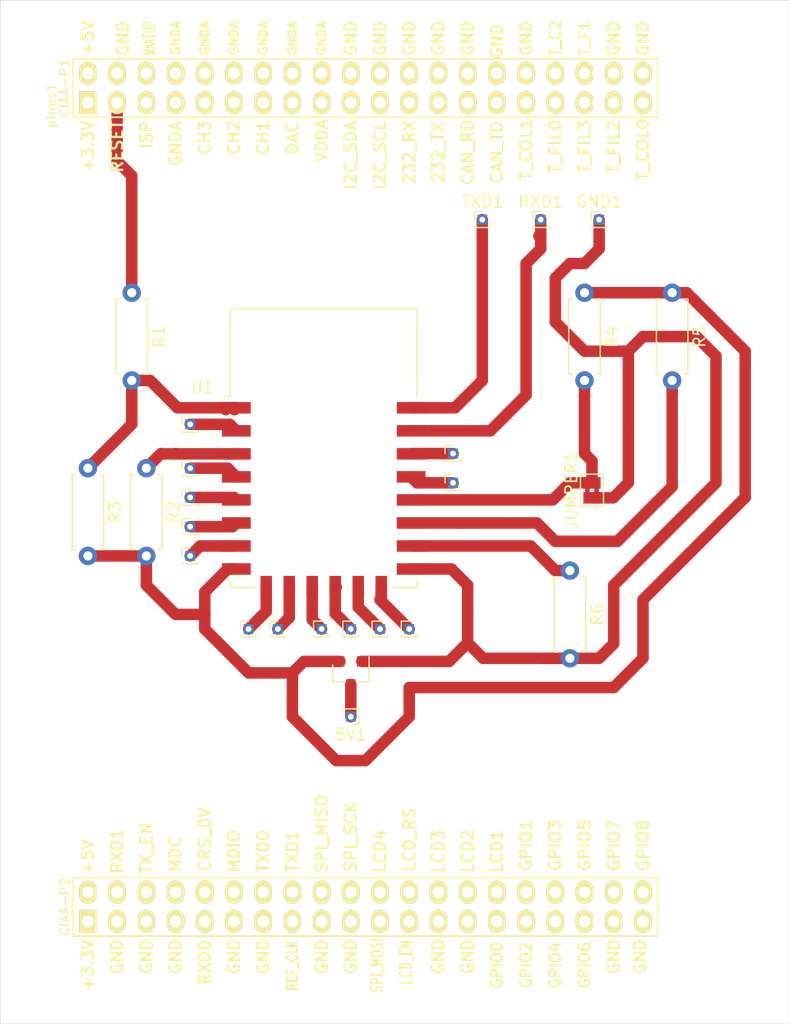
<source format=kicad_pcb>
(kicad_pcb (version 20171130) (host pcbnew "(5.1.4)-1")

  (general
    (thickness 1.6)
    (drawings 4)
    (tracks 136)
    (zones 0)
    (modules 27)
    (nets 65)
  )

  (page A4)
  (layers
    (0 F.Cu signal)
    (31 B.Cu signal)
    (32 B.Adhes user)
    (33 F.Adhes user)
    (34 B.Paste user)
    (35 F.Paste user)
    (36 B.SilkS user)
    (37 F.SilkS user)
    (38 B.Mask user)
    (39 F.Mask user)
    (40 Dwgs.User user)
    (41 Cmts.User user)
    (42 Eco1.User user)
    (43 Eco2.User user)
    (44 Edge.Cuts user)
    (45 Margin user)
    (46 B.CrtYd user)
    (47 F.CrtYd user)
    (48 B.Fab user)
    (49 F.Fab user)
  )

  (setup
    (last_trace_width 1)
    (user_trace_width 1)
    (trace_clearance 0.2)
    (zone_clearance 0.508)
    (zone_45_only no)
    (trace_min 0.2)
    (via_size 0.8)
    (via_drill 0.4)
    (via_min_size 0.4)
    (via_min_drill 0.3)
    (uvia_size 0.3)
    (uvia_drill 0.1)
    (uvias_allowed no)
    (uvia_min_size 0.2)
    (uvia_min_drill 0.1)
    (edge_width 0.05)
    (segment_width 0.2)
    (pcb_text_width 0.3)
    (pcb_text_size 1.5 1.5)
    (mod_edge_width 0.12)
    (mod_text_size 1 1)
    (mod_text_width 0.15)
    (pad_size 1.524 1.524)
    (pad_drill 0.762)
    (pad_to_mask_clearance 0.051)
    (solder_mask_min_width 0.25)
    (aux_axis_origin 0 0)
    (visible_elements 7FFFFFFF)
    (pcbplotparams
      (layerselection 0x010fc_ffffffff)
      (usegerberextensions false)
      (usegerberattributes false)
      (usegerberadvancedattributes false)
      (creategerberjobfile false)
      (excludeedgelayer true)
      (linewidth 0.100000)
      (plotframeref false)
      (viasonmask false)
      (mode 1)
      (useauxorigin false)
      (hpglpennumber 1)
      (hpglpenspeed 20)
      (hpglpendiameter 15.000000)
      (psnegative false)
      (psa4output false)
      (plotreference true)
      (plotvalue true)
      (plotinvisibletext false)
      (padsonsilk false)
      (subtractmaskfromsilk false)
      (outputformat 1)
      (mirror false)
      (drillshape 1)
      (scaleselection 1)
      (outputdirectory ""))
  )

  (net 0 "")
  (net 1 GND)
  (net 2 "Net-(R2-Pad2)")
  (net 3 "Net-(P14-Pad1)")
  (net 4 "Net-(P4-Pad1)")
  (net 5 "Net-(pines1-Pad30)")
  (net 6 "Net-(pines1-Pad40)")
  (net 7 "Net-(pines1-Pad39)")
  (net 8 "Net-(pines1-Pad9)")
  (net 9 "Net-(pines1-Pad7)")
  (net 10 "Net-(pines1-Pad5)")
  (net 11 "Net-(pines1-Pad37)")
  (net 12 "Net-(pines1-Pad35)")
  (net 13 "Net-(pines1-Pad38)")
  (net 14 "Net-(pines1-Pad36)")
  (net 15 "Net-(pines1-Pad34)")
  (net 16 "Net-(pines1-Pad32)")
  (net 17 "Net-(pines1-Pad28)")
  (net 18 "Net-(pines1-Pad33)")
  (net 19 "Net-(pines1-Pad26)")
  (net 20 "Net-(pines1-Pad24)")
  (net 21 "Net-(pines1-Pad31)")
  (net 22 "Net-(pines1-Pad22)")
  (net 23 "Net-(pines1-Pad29)")
  (net 24 "Net-(pines1-Pad20)")
  (net 25 "Net-(pines1-Pad27)")
  (net 26 "Net-(pines1-Pad18)")
  (net 27 "Net-(pines1-Pad25)")
  (net 28 "Net-(pines1-Pad16)")
  (net 29 "Net-(pines1-Pad23)")
  (net 30 "Net-(pines1-Pad14)")
  (net 31 "Net-(pines1-Pad21)")
  (net 32 "Net-(pines1-Pad12)")
  (net 33 "Net-(pines1-Pad19)")
  (net 34 "Net-(pines1-Pad10)")
  (net 35 "Net-(pines1-Pad17)")
  (net 36 "Net-(pines1-Pad8)")
  (net 37 "Net-(pines1-Pad15)")
  (net 38 "Net-(pines1-Pad6)")
  (net 39 "Net-(pines1-Pad13)")
  (net 40 "Net-(pines1-Pad4)")
  (net 41 "Net-(pines1-Pad11)")
  (net 42 "Net-(pines1-Pad2)")
  (net 43 "Net-(pines1-Pad1)")
  (net 44 "Net-(CSO1-Pad1)")
  (net 45 "Net-(GPIO9-Pad1)")
  (net 46 "Net-(GPIO10-Pad1)")
  (net 47 "Net-(MISO1-Pad1)")
  (net 48 "Net-(MOSI1-Pad1)")
  (net 49 "Net-(RXD1-Pad1)")
  (net 50 "Net-(TXD1-Pad1)")
  (net 51 "Net-(GPIO4-Pad1)")
  (net 52 "Net-(GPIO5-Pad1)")
  (net 53 "Net-(GPIO12-Pad1)")
  (net 54 "Net-(GPIO13-Pad1)")
  (net 55 "Net-(GPIO14-Pad1)")
  (net 56 "Net-(R1-Pad2)")
  (net 57 "Net-(R2-Pad1)")
  (net 58 "Net-(R5-Pad2)")
  (net 59 "Net-(R6-Pad1)")
  (net 60 "Net-(ADC1-Pad1)")
  (net 61 "Net-(U2-Pad1)")
  (net 62 "Net-(5V1-Pad1)")
  (net 63 "Net-(JUMPER1-Pad2)")
  (net 64 RST)

  (net_class Default "Esta es la clase de red por defecto."
    (clearance 0.2)
    (trace_width 0.3)
    (via_dia 0.8)
    (via_drill 0.4)
    (uvia_dia 0.3)
    (uvia_drill 0.1)
    (add_net GND)
    (add_net "Net-(5V1-Pad1)")
    (add_net "Net-(ADC1-Pad1)")
    (add_net "Net-(CSO1-Pad1)")
    (add_net "Net-(GPIO10-Pad1)")
    (add_net "Net-(GPIO12-Pad1)")
    (add_net "Net-(GPIO13-Pad1)")
    (add_net "Net-(GPIO14-Pad1)")
    (add_net "Net-(GPIO4-Pad1)")
    (add_net "Net-(GPIO5-Pad1)")
    (add_net "Net-(GPIO9-Pad1)")
    (add_net "Net-(JUMPER1-Pad2)")
    (add_net "Net-(MISO1-Pad1)")
    (add_net "Net-(MOSI1-Pad1)")
    (add_net "Net-(P14-Pad1)")
    (add_net "Net-(P4-Pad1)")
    (add_net "Net-(R1-Pad2)")
    (add_net "Net-(R2-Pad1)")
    (add_net "Net-(R2-Pad2)")
    (add_net "Net-(R5-Pad2)")
    (add_net "Net-(R6-Pad1)")
    (add_net "Net-(RXD1-Pad1)")
    (add_net "Net-(TXD1-Pad1)")
    (add_net "Net-(U2-Pad1)")
    (add_net "Net-(pines1-Pad1)")
    (add_net "Net-(pines1-Pad10)")
    (add_net "Net-(pines1-Pad11)")
    (add_net "Net-(pines1-Pad12)")
    (add_net "Net-(pines1-Pad13)")
    (add_net "Net-(pines1-Pad14)")
    (add_net "Net-(pines1-Pad15)")
    (add_net "Net-(pines1-Pad16)")
    (add_net "Net-(pines1-Pad17)")
    (add_net "Net-(pines1-Pad18)")
    (add_net "Net-(pines1-Pad19)")
    (add_net "Net-(pines1-Pad2)")
    (add_net "Net-(pines1-Pad20)")
    (add_net "Net-(pines1-Pad21)")
    (add_net "Net-(pines1-Pad22)")
    (add_net "Net-(pines1-Pad23)")
    (add_net "Net-(pines1-Pad24)")
    (add_net "Net-(pines1-Pad25)")
    (add_net "Net-(pines1-Pad26)")
    (add_net "Net-(pines1-Pad27)")
    (add_net "Net-(pines1-Pad28)")
    (add_net "Net-(pines1-Pad29)")
    (add_net "Net-(pines1-Pad30)")
    (add_net "Net-(pines1-Pad31)")
    (add_net "Net-(pines1-Pad32)")
    (add_net "Net-(pines1-Pad33)")
    (add_net "Net-(pines1-Pad34)")
    (add_net "Net-(pines1-Pad35)")
    (add_net "Net-(pines1-Pad36)")
    (add_net "Net-(pines1-Pad37)")
    (add_net "Net-(pines1-Pad38)")
    (add_net "Net-(pines1-Pad39)")
    (add_net "Net-(pines1-Pad4)")
    (add_net "Net-(pines1-Pad40)")
    (add_net "Net-(pines1-Pad5)")
    (add_net "Net-(pines1-Pad6)")
    (add_net "Net-(pines1-Pad7)")
    (add_net "Net-(pines1-Pad8)")
    (add_net "Net-(pines1-Pad9)")
    (add_net RST)
  )

  (module Connector_PinHeader_1.00mm:PinHeader_1x01_P1.00mm_Vertical (layer F.Cu) (tedit 59FED738) (tstamp 5DEA8915)
    (at 154.94 82.55)
    (descr "Through hole straight pin header, 1x01, 1.00mm pitch, single row")
    (tags "Through hole pin header THT 1x01 1.00mm single row")
    (path /5DF19EED)
    (fp_text reference TXD1 (at 0 -1.56) (layer F.SilkS)
      (effects (font (size 1 1) (thickness 0.15)))
    )
    (fp_text value Conn_01x01_Male (at 0 1.56) (layer F.Fab)
      (effects (font (size 1 1) (thickness 0.15)))
    )
    (fp_text user %R (at 0 0 90) (layer F.Fab)
      (effects (font (size 0.76 0.76) (thickness 0.114)))
    )
    (fp_line (start 1.15 -1) (end -1.15 -1) (layer F.CrtYd) (width 0.05))
    (fp_line (start 1.15 1) (end 1.15 -1) (layer F.CrtYd) (width 0.05))
    (fp_line (start -1.15 1) (end 1.15 1) (layer F.CrtYd) (width 0.05))
    (fp_line (start -1.15 -1) (end -1.15 1) (layer F.CrtYd) (width 0.05))
    (fp_line (start -0.695 -0.685) (end 0 -0.685) (layer F.SilkS) (width 0.12))
    (fp_line (start -0.695 0) (end -0.695 -0.685) (layer F.SilkS) (width 0.12))
    (fp_line (start 0.608276 0.685) (end 0.695 0.685) (layer F.SilkS) (width 0.12))
    (fp_line (start -0.695 0.685) (end -0.608276 0.685) (layer F.SilkS) (width 0.12))
    (fp_line (start 0.695 0.685) (end 0.695 0.56) (layer F.SilkS) (width 0.12))
    (fp_line (start -0.695 0.685) (end -0.695 0.56) (layer F.SilkS) (width 0.12))
    (fp_line (start -0.695 0.685) (end 0.695 0.685) (layer F.SilkS) (width 0.12))
    (fp_line (start -0.635 -0.1825) (end -0.3175 -0.5) (layer F.Fab) (width 0.1))
    (fp_line (start -0.635 0.5) (end -0.635 -0.1825) (layer F.Fab) (width 0.1))
    (fp_line (start 0.635 0.5) (end -0.635 0.5) (layer F.Fab) (width 0.1))
    (fp_line (start 0.635 -0.5) (end 0.635 0.5) (layer F.Fab) (width 0.1))
    (fp_line (start -0.3175 -0.5) (end 0.635 -0.5) (layer F.Fab) (width 0.1))
    (pad 1 thru_hole rect (at 0 0) (size 0.85 0.85) (drill 0.5) (layers *.Cu *.Mask)
      (net 50 "Net-(TXD1-Pad1)"))
    (model ${KISYS3DMOD}/Connector_PinHeader_1.00mm.3dshapes/PinHeader_1x01_P1.00mm_Vertical.wrl
      (at (xyz 0 0 0))
      (scale (xyz 1 1 1))
      (rotate (xyz 0 0 0))
    )
  )

  (module Connector_PinHeader_1.00mm:PinHeader_1x01_P1.00mm_Vertical (layer F.Cu) (tedit 59FED738) (tstamp 5DEA88E1)
    (at 160.02 82.55)
    (descr "Through hole straight pin header, 1x01, 1.00mm pitch, single row")
    (tags "Through hole pin header THT 1x01 1.00mm single row")
    (path /5DF185DF)
    (fp_text reference RXD1 (at 0 -1.56) (layer F.SilkS)
      (effects (font (size 1 1) (thickness 0.15)))
    )
    (fp_text value Conn_01x01_Male (at 0 1.56) (layer F.Fab)
      (effects (font (size 1 1) (thickness 0.15)))
    )
    (fp_text user %R (at 0 0 90) (layer F.Fab)
      (effects (font (size 0.76 0.76) (thickness 0.114)))
    )
    (fp_line (start 1.15 -1) (end -1.15 -1) (layer F.CrtYd) (width 0.05))
    (fp_line (start 1.15 1) (end 1.15 -1) (layer F.CrtYd) (width 0.05))
    (fp_line (start -1.15 1) (end 1.15 1) (layer F.CrtYd) (width 0.05))
    (fp_line (start -1.15 -1) (end -1.15 1) (layer F.CrtYd) (width 0.05))
    (fp_line (start -0.695 -0.685) (end 0 -0.685) (layer F.SilkS) (width 0.12))
    (fp_line (start -0.695 0) (end -0.695 -0.685) (layer F.SilkS) (width 0.12))
    (fp_line (start 0.608276 0.685) (end 0.695 0.685) (layer F.SilkS) (width 0.12))
    (fp_line (start -0.695 0.685) (end -0.608276 0.685) (layer F.SilkS) (width 0.12))
    (fp_line (start 0.695 0.685) (end 0.695 0.56) (layer F.SilkS) (width 0.12))
    (fp_line (start -0.695 0.685) (end -0.695 0.56) (layer F.SilkS) (width 0.12))
    (fp_line (start -0.695 0.685) (end 0.695 0.685) (layer F.SilkS) (width 0.12))
    (fp_line (start -0.635 -0.1825) (end -0.3175 -0.5) (layer F.Fab) (width 0.1))
    (fp_line (start -0.635 0.5) (end -0.635 -0.1825) (layer F.Fab) (width 0.1))
    (fp_line (start 0.635 0.5) (end -0.635 0.5) (layer F.Fab) (width 0.1))
    (fp_line (start 0.635 -0.5) (end 0.635 0.5) (layer F.Fab) (width 0.1))
    (fp_line (start -0.3175 -0.5) (end 0.635 -0.5) (layer F.Fab) (width 0.1))
    (pad 1 thru_hole rect (at 0 0) (size 0.85 0.85) (drill 0.5) (layers *.Cu *.Mask)
      (net 49 "Net-(RXD1-Pad1)"))
    (model ${KISYS3DMOD}/Connector_PinHeader_1.00mm.3dshapes/PinHeader_1x01_P1.00mm_Vertical.wrl
      (at (xyz 0 0 0))
      (scale (xyz 1 1 1))
      (rotate (xyz 0 0 0))
    )
  )

  (module CIAA:Conn_Poncho_SinBorde (layer F.Cu) (tedit 560F0DC0) (tstamp 5DE90977)
    (at 120.65 72.39 90)
    (tags "CONN Poncho")
    (path /5DEA3673)
    (fp_text reference pines1 (at -0.254 -3.175 90) (layer F.SilkS)
      (effects (font (size 0.8 0.8) (thickness 0.12)))
    )
    (fp_text value Conn_02x20_Top_Bottom (at -1.905 51.181 90) (layer F.SilkS) hide
      (effects (font (size 1.016 1.016) (thickness 0.2032)))
    )
    (fp_line (start 3.81 -1.27) (end -1.27 -1.27) (layer F.SilkS) (width 0.15))
    (fp_line (start 3.81 49.53) (end -1.27 49.53) (layer F.SilkS) (width 0.15))
    (fp_line (start 3.81 49.53) (end 3.81 -1.27) (layer F.SilkS) (width 0.15))
    (fp_line (start -1.27 49.53) (end -1.27 -1.27) (layer F.SilkS) (width 0.15))
    (fp_line (start -72.39 49.53) (end -72.39 0) (layer F.SilkS) (width 0.15))
    (fp_line (start -67.31 49.53) (end -72.39 49.53) (layer F.SilkS) (width 0.15))
    (fp_line (start -67.31 -1.27) (end -67.31 49.53) (layer F.SilkS) (width 0.15))
    (fp_line (start -72.39 -1.27) (end -67.31 -1.27) (layer F.SilkS) (width 0.15))
    (fp_line (start -72.39 0) (end -72.39 -1.27) (layer F.SilkS) (width 0.15))
    (fp_text user +3.3V (at -3.81 0 90) (layer F.SilkS)
      (effects (font (size 1 1) (thickness 0.2)))
    )
    (fp_text user CIAA-P1 (at 1.27 -2.032 90) (layer F.SilkS)
      (effects (font (size 0.8 0.8) (thickness 0.12)))
    )
    (fp_text user CIAA-P2 (at -69.85 -2.032 90) (layer F.SilkS)
      (effects (font (size 0.8 0.8) (thickness 0.12)))
    )
    (fp_text user RESET (at -3.81 2.54 90) (layer F.SilkS)
      (effects (font (size 1 1) (thickness 0.2)))
    )
    (fp_text user ISP (at -2.794 5.08 90) (layer F.SilkS)
      (effects (font (size 1 1) (thickness 0.2)))
    )
    (fp_text user GNDA (at -3.556 7.62 90) (layer F.SilkS)
      (effects (font (size 1 1) (thickness 0.2)))
    )
    (fp_text user CH3 (at -3.048 10.16 90) (layer F.SilkS)
      (effects (font (size 1 1) (thickness 0.2)))
    )
    (fp_text user CH2 (at -3.048 12.7 90) (layer F.SilkS)
      (effects (font (size 1 1) (thickness 0.2)))
    )
    (fp_text user CH1 (at -3.048 15.24 90) (layer F.SilkS)
      (effects (font (size 1 1) (thickness 0.2)))
    )
    (fp_text user DAC (at -3.048 17.78 90) (layer F.SilkS)
      (effects (font (size 1 1) (thickness 0.2)))
    )
    (fp_text user VDDA (at -3.302 20.32 90) (layer F.SilkS)
      (effects (font (size 1 1) (thickness 0.2)))
    )
    (fp_text user I2C_SDA (at -4.572 22.86 90) (layer F.SilkS)
      (effects (font (size 1 1) (thickness 0.2)))
    )
    (fp_text user I2C_SCL (at -4.572 25.4 90) (layer F.SilkS)
      (effects (font (size 1 1) (thickness 0.2)))
    )
    (fp_text user 232_RX (at -4.318 27.94 90) (layer F.SilkS)
      (effects (font (size 1 1) (thickness 0.2)))
    )
    (fp_text user 232_TX (at -4.318 30.48 90) (layer F.SilkS)
      (effects (font (size 1 1) (thickness 0.2)))
    )
    (fp_text user CAN_RD (at -4.318 33.02 90) (layer F.SilkS)
      (effects (font (size 1 1) (thickness 0.2)))
    )
    (fp_text user CAN_TD (at -4.318 35.56 90) (layer F.SilkS)
      (effects (font (size 1 1) (thickness 0.2)))
    )
    (fp_text user T_COL1 (at -4.064 38.1 90) (layer F.SilkS)
      (effects (font (size 1 1) (thickness 0.2)))
    )
    (fp_text user T_FIL0 (at -3.81 40.64 90) (layer F.SilkS)
      (effects (font (size 1 1) (thickness 0.2)))
    )
    (fp_text user T_FIL3 (at -3.81 43.18 90) (layer F.SilkS)
      (effects (font (size 1 1) (thickness 0.2)))
    )
    (fp_text user T_FIL2 (at -3.81 45.72 90) (layer F.SilkS)
      (effects (font (size 1 1) (thickness 0.2)))
    )
    (fp_text user T_COL0 (at -4.064 48.26 90) (layer F.SilkS)
      (effects (font (size 1 1) (thickness 0.2)))
    )
    (fp_text user +5V (at 5.588 0 90) (layer F.SilkS)
      (effects (font (size 1 1) (thickness 0.2)))
    )
    (fp_text user GND (at 5.588 3.048 90) (layer F.SilkS)
      (effects (font (size 1 1) (thickness 0.2)))
    )
    (fp_text user WAKEUP (at 5.588 5.334 90) (layer F.SilkS)
      (effects (font (size 1 0.5) (thickness 0.125)))
    )
    (fp_text user GNDA (at 5.588 7.62 90) (layer F.SilkS)
      (effects (font (size 0.76 0.76) (thickness 0.19)))
    )
    (fp_text user GNDA (at 5.588 10.16 90) (layer F.SilkS)
      (effects (font (size 0.76 0.76) (thickness 0.19)))
    )
    (fp_text user GNDA (at 5.588 12.7 90) (layer F.SilkS)
      (effects (font (size 0.76 0.76) (thickness 0.19)))
    )
    (fp_text user GNDA (at 5.588 15.24 90) (layer F.SilkS)
      (effects (font (size 0.76 0.76) (thickness 0.19)))
    )
    (fp_text user GNDA (at 5.588 17.78 90) (layer F.SilkS)
      (effects (font (size 0.76 0.76) (thickness 0.19)))
    )
    (fp_text user GNDA (at 5.588 20.32 90) (layer F.SilkS)
      (effects (font (size 0.76 0.76) (thickness 0.19)))
    )
    (fp_text user GND (at 5.588 22.86 90) (layer F.SilkS)
      (effects (font (size 1 1) (thickness 0.2)))
    )
    (fp_text user GND (at 5.588 25.4 90) (layer F.SilkS)
      (effects (font (size 1 1) (thickness 0.2)))
    )
    (fp_text user GND (at 5.588 27.94 90) (layer F.SilkS)
      (effects (font (size 1 1) (thickness 0.2)))
    )
    (fp_text user GND (at 5.588 30.48 90) (layer F.SilkS)
      (effects (font (size 1 1) (thickness 0.2)))
    )
    (fp_text user GND (at 5.588 33.02 90) (layer F.SilkS)
      (effects (font (size 1 1) (thickness 0.2)))
    )
    (fp_text user GND (at 5.334 35.56 90) (layer F.SilkS)
      (effects (font (size 1 1) (thickness 0.2)))
    )
    (fp_text user GND (at 5.588 38.1 90) (layer F.SilkS)
      (effects (font (size 1 1) (thickness 0.2)))
    )
    (fp_text user T_C2 (at 5.588 40.64 90) (layer F.SilkS)
      (effects (font (size 0.9 0.9) (thickness 0.18)))
    )
    (fp_text user T_F1 (at 5.588 43.18 90) (layer F.SilkS)
      (effects (font (size 0.9 0.9) (thickness 0.18)))
    )
    (fp_text user GND (at 5.588 45.72 90) (layer F.SilkS)
      (effects (font (size 1 1) (thickness 0.2)))
    )
    (fp_text user GND (at 5.588 48.26 90) (layer F.SilkS)
      (effects (font (size 1 1) (thickness 0.2)))
    )
    (fp_text user +3.3V (at -74.93 0 90) (layer F.SilkS)
      (effects (font (size 1 1) (thickness 0.2)))
    )
    (fp_text user GND (at -74.168 2.54 90) (layer F.SilkS)
      (effects (font (size 1 1) (thickness 0.2)))
    )
    (fp_text user GND (at -74.168 5.08 90) (layer F.SilkS)
      (effects (font (size 1 1) (thickness 0.2)))
    )
    (fp_text user RXD0 (at -74.676 10.16 90) (layer F.SilkS)
      (effects (font (size 1 1) (thickness 0.2)))
    )
    (fp_text user GND (at -74.168 7.62 90) (layer F.SilkS)
      (effects (font (size 1 1) (thickness 0.2)))
    )
    (fp_text user GND (at -74.168 12.7 90) (layer F.SilkS)
      (effects (font (size 1 1) (thickness 0.2)))
    )
    (fp_text user GND (at -74.168 15.24 90) (layer F.SilkS)
      (effects (font (size 1 1) (thickness 0.2)))
    )
    (fp_text user REF_CLK (at -74.93 17.78 90) (layer F.SilkS)
      (effects (font (size 0.9 0.7) (thickness 0.175)))
    )
    (fp_text user GND (at -74.168 20.32 90) (layer F.SilkS)
      (effects (font (size 1 1) (thickness 0.2)))
    )
    (fp_text user GND (at -74.168 22.86 90) (layer F.SilkS)
      (effects (font (size 1 1) (thickness 0.2)))
    )
    (fp_text user SPI_MOSI (at -74.93 25.146 90) (layer F.SilkS)
      (effects (font (size 1 0.7) (thickness 0.17)))
    )
    (fp_text user LCD_EN (at -74.676 27.686 90) (layer F.SilkS)
      (effects (font (size 1 0.7) (thickness 0.17)))
    )
    (fp_text user GND (at -74.168 30.48 90) (layer F.SilkS)
      (effects (font (size 1 1) (thickness 0.2)))
    )
    (fp_text user GND (at -74.168 33.02 90) (layer F.SilkS)
      (effects (font (size 1 1) (thickness 0.2)))
    )
    (fp_text user GPIO0 (at -74.93 35.56 90) (layer F.SilkS)
      (effects (font (size 1 0.9) (thickness 0.2)))
    )
    (fp_text user GPIO2 (at -74.93 38.1 90) (layer F.SilkS)
      (effects (font (size 1 0.9) (thickness 0.2)))
    )
    (fp_text user GPIO4 (at -74.93 40.64 90) (layer F.SilkS)
      (effects (font (size 1 0.9) (thickness 0.2)))
    )
    (fp_text user GPIO6 (at -74.93 43.18 90) (layer F.SilkS)
      (effects (font (size 1 0.9) (thickness 0.2)))
    )
    (fp_text user GND (at -74.168 45.72 90) (layer F.SilkS)
      (effects (font (size 1 1) (thickness 0.2)))
    )
    (fp_text user GND (at -74.168 48.006 90) (layer F.SilkS)
      (effects (font (size 1 1) (thickness 0.2)))
    )
    (fp_text user +5V (at -65.532 0 90) (layer F.SilkS)
      (effects (font (size 1 1) (thickness 0.2)))
    )
    (fp_text user RXD1 (at -65.024 2.54 90) (layer F.SilkS)
      (effects (font (size 1 1) (thickness 0.2)))
    )
    (fp_text user TX_EN (at -64.77 5.08 90) (layer F.SilkS)
      (effects (font (size 1 1) (thickness 0.2)))
    )
    (fp_text user MDC (at -65.278 7.62 90) (layer F.SilkS)
      (effects (font (size 1 1) (thickness 0.2)))
    )
    (fp_text user CRS_DV (at -64.008 10.16 90) (layer F.SilkS)
      (effects (font (size 1 1) (thickness 0.2)))
    )
    (fp_text user MDIO (at -65.024 12.7 90) (layer F.SilkS)
      (effects (font (size 1 1) (thickness 0.2)))
    )
    (fp_text user TXD0 (at -65.024 15.24 90) (layer F.SilkS)
      (effects (font (size 1 1) (thickness 0.2)))
    )
    (fp_text user TXD1 (at -65.024 17.78 90) (layer F.SilkS)
      (effects (font (size 1 1) (thickness 0.2)))
    )
    (fp_text user SPI_MISO (at -63.5 20.32 90) (layer F.SilkS)
      (effects (font (size 1 1) (thickness 0.2)))
    )
    (fp_text user SPI_SCK (at -63.754 22.86 90) (layer F.SilkS)
      (effects (font (size 1 1) (thickness 0.2)))
    )
    (fp_text user LCD4 (at -65.024 25.4 90) (layer F.SilkS)
      (effects (font (size 1 1) (thickness 0.2)))
    )
    (fp_text user LCD_RS (at -64.008 27.94 90) (layer F.SilkS)
      (effects (font (size 1 1) (thickness 0.2)))
    )
    (fp_text user LCD3 (at -65.024 30.48 90) (layer F.SilkS)
      (effects (font (size 1 1) (thickness 0.2)))
    )
    (fp_text user LCD2 (at -65.024 33.02 90) (layer F.SilkS)
      (effects (font (size 1 1) (thickness 0.2)))
    )
    (fp_text user LCD1 (at -65.024 35.56 90) (layer F.SilkS)
      (effects (font (size 1 1) (thickness 0.2)))
    )
    (fp_text user GPIO1 (at -64.516 38.1 90) (layer F.SilkS)
      (effects (font (size 1 1) (thickness 0.2)))
    )
    (fp_text user GPIO3 (at -64.516 40.64 90) (layer F.SilkS)
      (effects (font (size 1 1) (thickness 0.2)))
    )
    (fp_text user GPIO5 (at -64.516 43.18 90) (layer F.SilkS)
      (effects (font (size 1 1) (thickness 0.2)))
    )
    (fp_text user GPIO7 (at -64.516 45.72 90) (layer F.SilkS)
      (effects (font (size 1 1) (thickness 0.2)))
    )
    (fp_text user GPIO8 (at -64.516 48.26 90) (layer F.SilkS)
      (effects (font (size 1 1) (thickness 0.2)))
    )
    (pad 80 thru_hole oval (at -68.58 48.26) (size 1.524 2) (drill 1.016) (layers *.Cu *.Mask F.SilkS))
    (pad 79 thru_hole oval (at -71.12 48.26) (size 1.524 2) (drill 1.016) (layers *.Cu *.Mask F.SilkS))
    (pad 78 thru_hole oval (at -68.58 45.72) (size 1.524 2) (drill 1.016) (layers *.Cu *.Mask F.SilkS))
    (pad 77 thru_hole oval (at -71.12 45.72) (size 1.524 2) (drill 1.016) (layers *.Cu *.Mask F.SilkS))
    (pad 76 thru_hole oval (at -68.58 43.18) (size 1.524 2) (drill 1.016) (layers *.Cu *.Mask F.SilkS))
    (pad 75 thru_hole oval (at -71.12 43.18) (size 1.524 2) (drill 1.016) (layers *.Cu *.Mask F.SilkS))
    (pad 74 thru_hole oval (at -68.58 40.64) (size 1.524 2) (drill 1.016) (layers *.Cu *.Mask F.SilkS))
    (pad 73 thru_hole oval (at -71.12 40.64) (size 1.524 2) (drill 1.016) (layers *.Cu *.Mask F.SilkS))
    (pad 72 thru_hole oval (at -68.58 38.1) (size 1.524 2) (drill 1.016) (layers *.Cu *.Mask F.SilkS))
    (pad 71 thru_hole oval (at -71.12 38.1) (size 1.524 2) (drill 1.016) (layers *.Cu *.Mask F.SilkS))
    (pad 70 thru_hole oval (at -68.58 35.56) (size 1.524 2) (drill 1.016) (layers *.Cu *.Mask F.SilkS))
    (pad 69 thru_hole oval (at -71.12 35.56) (size 1.524 2) (drill 1.016) (layers *.Cu *.Mask F.SilkS))
    (pad 68 thru_hole oval (at -68.58 33.02) (size 1.524 2) (drill 1.016) (layers *.Cu *.Mask F.SilkS))
    (pad 67 thru_hole oval (at -71.12 33.02) (size 1.524 2) (drill 1.016) (layers *.Cu *.Mask F.SilkS))
    (pad 66 thru_hole oval (at -68.58 30.48) (size 1.524 2) (drill 1.016) (layers *.Cu *.Mask F.SilkS))
    (pad 65 thru_hole oval (at -71.12 30.48) (size 1.524 2) (drill 1.016) (layers *.Cu *.Mask F.SilkS))
    (pad 64 thru_hole oval (at -68.58 27.94) (size 1.524 2) (drill 1.016) (layers *.Cu *.Mask F.SilkS))
    (pad 63 thru_hole oval (at -71.12 27.94) (size 1.524 2) (drill 1.016) (layers *.Cu *.Mask F.SilkS))
    (pad 62 thru_hole oval (at -68.58 25.4) (size 1.524 2) (drill 1.016) (layers *.Cu *.Mask F.SilkS))
    (pad 61 thru_hole oval (at -71.12 25.4) (size 1.524 2) (drill 1.016) (layers *.Cu *.Mask F.SilkS))
    (pad 60 thru_hole oval (at -68.58 22.86) (size 1.524 2) (drill 1.016) (layers *.Cu *.Mask F.SilkS))
    (pad 59 thru_hole oval (at -71.12 22.86) (size 1.524 2) (drill 1.016) (layers *.Cu *.Mask F.SilkS))
    (pad 58 thru_hole oval (at -68.58 20.32) (size 1.524 2) (drill 1.016) (layers *.Cu *.Mask F.SilkS))
    (pad 57 thru_hole oval (at -71.12 20.32) (size 1.524 2) (drill 1.016) (layers *.Cu *.Mask F.SilkS))
    (pad 56 thru_hole oval (at -68.58 17.78) (size 1.524 2) (drill 1.016) (layers *.Cu *.Mask F.SilkS))
    (pad 55 thru_hole oval (at -71.12 17.78) (size 1.524 2) (drill 1.016) (layers *.Cu *.Mask F.SilkS))
    (pad 54 thru_hole oval (at -68.58 15.24) (size 1.524 2) (drill 1.016) (layers *.Cu *.Mask F.SilkS))
    (pad 53 thru_hole oval (at -71.12 15.24) (size 1.524 2) (drill 1.016) (layers *.Cu *.Mask F.SilkS))
    (pad 52 thru_hole oval (at -68.58 12.7) (size 1.524 2) (drill 1.016) (layers *.Cu *.Mask F.SilkS))
    (pad 51 thru_hole oval (at -71.12 12.7) (size 1.524 2) (drill 1.016) (layers *.Cu *.Mask F.SilkS))
    (pad 50 thru_hole oval (at -68.58 10.16) (size 1.524 2) (drill 1.016) (layers *.Cu *.Mask F.SilkS))
    (pad 49 thru_hole oval (at -71.12 10.16) (size 1.524 2) (drill 1.016) (layers *.Cu *.Mask F.SilkS))
    (pad 48 thru_hole oval (at -68.58 7.62) (size 1.524 2) (drill 1.016) (layers *.Cu *.Mask F.SilkS))
    (pad 47 thru_hole oval (at -71.12 7.62) (size 1.524 2) (drill 1.016) (layers *.Cu *.Mask F.SilkS))
    (pad 46 thru_hole oval (at -68.58 5.08) (size 1.524 2) (drill 1.016) (layers *.Cu *.Mask F.SilkS))
    (pad 45 thru_hole oval (at -71.12 5.08) (size 1.524 2) (drill 1.016) (layers *.Cu *.Mask F.SilkS))
    (pad 44 thru_hole oval (at -68.58 2.54) (size 1.524 2) (drill 1.016) (layers *.Cu *.Mask F.SilkS))
    (pad 43 thru_hole oval (at -71.12 2.54) (size 1.524 2) (drill 1.016) (layers *.Cu *.Mask F.SilkS))
    (pad 42 thru_hole oval (at -68.58 0) (size 1.524 2) (drill 1.016) (layers *.Cu *.Mask F.SilkS))
    (pad 41 thru_hole rect (at -71.12 0) (size 1.524 2) (drill 1.016) (layers *.Cu *.Mask F.SilkS))
    (pad 30 thru_hole oval (at 2.54 35.56) (size 1.524 2) (drill 1.016) (layers *.Cu *.Mask F.SilkS)
      (net 5 "Net-(pines1-Pad30)"))
    (pad 40 thru_hole oval (at 2.54 48.26) (size 1.524 2) (drill 1.016) (layers *.Cu *.Mask F.SilkS)
      (net 6 "Net-(pines1-Pad40)"))
    (pad 39 thru_hole oval (at 0 48.26) (size 1.524 2) (drill 1.016) (layers *.Cu *.Mask F.SilkS)
      (net 7 "Net-(pines1-Pad39)"))
    (pad 9 thru_hole oval (at 0 10.16) (size 1.524 2) (drill 1.016) (layers *.Cu *.Mask F.SilkS)
      (net 8 "Net-(pines1-Pad9)"))
    (pad 7 thru_hole oval (at 0 7.62) (size 1.524 2) (drill 1.016) (layers *.Cu *.Mask F.SilkS)
      (net 9 "Net-(pines1-Pad7)"))
    (pad 5 thru_hole oval (at 0 5.08) (size 1.524 2) (drill 1.016) (layers *.Cu *.Mask F.SilkS)
      (net 10 "Net-(pines1-Pad5)"))
    (pad 3 thru_hole oval (at 0 2.54) (size 1.524 2) (drill 1.016) (layers *.Cu *.Mask F.SilkS)
      (net 64 RST))
    (pad 37 thru_hole oval (at 0 45.72) (size 1.524 2) (drill 1.016) (layers *.Cu *.Mask F.SilkS)
      (net 11 "Net-(pines1-Pad37)"))
    (pad 35 thru_hole oval (at 0 43.18) (size 1.524 2) (drill 1.016) (layers *.Cu *.Mask F.SilkS)
      (net 12 "Net-(pines1-Pad35)"))
    (pad 38 thru_hole oval (at 2.54 45.72) (size 1.524 2) (drill 1.016) (layers *.Cu *.Mask F.SilkS)
      (net 13 "Net-(pines1-Pad38)"))
    (pad 36 thru_hole oval (at 2.54 43.18) (size 1.524 2) (drill 1.016) (layers *.Cu *.Mask F.SilkS)
      (net 14 "Net-(pines1-Pad36)"))
    (pad 34 thru_hole oval (at 2.54 40.64) (size 1.524 2) (drill 1.016) (layers *.Cu *.Mask F.SilkS)
      (net 15 "Net-(pines1-Pad34)"))
    (pad 32 thru_hole oval (at 2.54 38.1) (size 1.524 2) (drill 1.016) (layers *.Cu *.Mask F.SilkS)
      (net 16 "Net-(pines1-Pad32)"))
    (pad 28 thru_hole oval (at 2.54 33.02) (size 1.524 2) (drill 1.016) (layers *.Cu *.Mask F.SilkS)
      (net 17 "Net-(pines1-Pad28)"))
    (pad 33 thru_hole oval (at 0 40.64) (size 1.524 2) (drill 1.016) (layers *.Cu *.Mask F.SilkS)
      (net 18 "Net-(pines1-Pad33)"))
    (pad 26 thru_hole oval (at 2.54 30.48) (size 1.524 2) (drill 1.016) (layers *.Cu *.Mask F.SilkS)
      (net 19 "Net-(pines1-Pad26)"))
    (pad 24 thru_hole oval (at 2.54 27.94) (size 1.524 2) (drill 1.016) (layers *.Cu *.Mask F.SilkS)
      (net 20 "Net-(pines1-Pad24)"))
    (pad 31 thru_hole oval (at 0 38.1) (size 1.524 2) (drill 1.016) (layers *.Cu *.Mask F.SilkS)
      (net 21 "Net-(pines1-Pad31)"))
    (pad 22 thru_hole oval (at 2.54 25.4) (size 1.524 2) (drill 1.016) (layers *.Cu *.Mask F.SilkS)
      (net 22 "Net-(pines1-Pad22)"))
    (pad 29 thru_hole oval (at 0 35.56) (size 1.524 2) (drill 1.016) (layers *.Cu *.Mask F.SilkS)
      (net 23 "Net-(pines1-Pad29)"))
    (pad 20 thru_hole oval (at 2.54 22.86) (size 1.524 2) (drill 1.016) (layers *.Cu *.Mask F.SilkS)
      (net 24 "Net-(pines1-Pad20)"))
    (pad 27 thru_hole oval (at 0 33.02) (size 1.524 2) (drill 1.016) (layers *.Cu *.Mask F.SilkS)
      (net 25 "Net-(pines1-Pad27)"))
    (pad 18 thru_hole oval (at 2.54 20.32) (size 1.524 2) (drill 1.016) (layers *.Cu *.Mask F.SilkS)
      (net 26 "Net-(pines1-Pad18)"))
    (pad 25 thru_hole oval (at 0 30.48) (size 1.524 2) (drill 1.016) (layers *.Cu *.Mask F.SilkS)
      (net 27 "Net-(pines1-Pad25)"))
    (pad 16 thru_hole oval (at 2.54 17.78) (size 1.524 2) (drill 1.016) (layers *.Cu *.Mask F.SilkS)
      (net 28 "Net-(pines1-Pad16)"))
    (pad 23 thru_hole oval (at 0 27.94) (size 1.524 2) (drill 1.016) (layers *.Cu *.Mask F.SilkS)
      (net 29 "Net-(pines1-Pad23)"))
    (pad 14 thru_hole oval (at 2.54 15.24) (size 1.524 2) (drill 1.016) (layers *.Cu *.Mask F.SilkS)
      (net 30 "Net-(pines1-Pad14)"))
    (pad 21 thru_hole oval (at 0 25.4) (size 1.524 2) (drill 1.016) (layers *.Cu *.Mask F.SilkS)
      (net 31 "Net-(pines1-Pad21)"))
    (pad 12 thru_hole oval (at 2.54 12.7) (size 1.524 2) (drill 1.016) (layers *.Cu *.Mask F.SilkS)
      (net 32 "Net-(pines1-Pad12)"))
    (pad 19 thru_hole oval (at 0 22.86) (size 1.524 2) (drill 1.016) (layers *.Cu *.Mask F.SilkS)
      (net 33 "Net-(pines1-Pad19)"))
    (pad 10 thru_hole oval (at 2.54 10.16) (size 1.524 2) (drill 1.016) (layers *.Cu *.Mask F.SilkS)
      (net 34 "Net-(pines1-Pad10)"))
    (pad 17 thru_hole oval (at 0 20.32) (size 1.524 2) (drill 1.016) (layers *.Cu *.Mask F.SilkS)
      (net 35 "Net-(pines1-Pad17)"))
    (pad 8 thru_hole oval (at 2.54 7.62) (size 1.524 2) (drill 1.016) (layers *.Cu *.Mask F.SilkS)
      (net 36 "Net-(pines1-Pad8)"))
    (pad 15 thru_hole oval (at 0 17.78) (size 1.524 2) (drill 1.016) (layers *.Cu *.Mask F.SilkS)
      (net 37 "Net-(pines1-Pad15)"))
    (pad 6 thru_hole oval (at 2.54 5.08) (size 1.524 2) (drill 1.016) (layers *.Cu *.Mask F.SilkS)
      (net 38 "Net-(pines1-Pad6)"))
    (pad 13 thru_hole oval (at 0 15.24) (size 1.524 2) (drill 1.016) (layers *.Cu *.Mask F.SilkS)
      (net 39 "Net-(pines1-Pad13)"))
    (pad 4 thru_hole oval (at 2.54 2.54) (size 1.524 2) (drill 1.016) (layers *.Cu *.Mask F.SilkS)
      (net 40 "Net-(pines1-Pad4)"))
    (pad 11 thru_hole oval (at 0 12.7) (size 1.524 2) (drill 1.016) (layers *.Cu *.Mask F.SilkS)
      (net 41 "Net-(pines1-Pad11)"))
    (pad 2 thru_hole oval (at 2.54 0) (size 1.524 2) (drill 1.016) (layers *.Cu *.Mask F.SilkS)
      (net 42 "Net-(pines1-Pad2)"))
    (pad 1 thru_hole rect (at 0 0) (size 1.524 2) (drill 1.016) (layers *.Cu *.Mask F.SilkS)
      (net 43 "Net-(pines1-Pad1)"))
  )

  (module Connector_PinHeader_1.00mm:PinHeader_1x01_P1.00mm_Vertical (layer F.Cu) (tedit 59FED738) (tstamp 5DE77323)
    (at 152.4 102.87)
    (descr "Through hole straight pin header, 1x01, 1.00mm pitch, single row")
    (tags "Through hole pin header THT 1x01 1.00mm single row")
    (path /5DE9F6EB)
    (fp_text reference GPIO5 (at 0 -1.56) (layer F.SilkS) hide
      (effects (font (size 1 1) (thickness 0.15)))
    )
    (fp_text value 20 (at 0 1.56) (layer F.Fab) hide
      (effects (font (size 1 1) (thickness 0.15)))
    )
    (fp_text user %R (at 0 0 90) (layer F.Fab) hide
      (effects (font (size 0.76 0.76) (thickness 0.114)))
    )
    (fp_line (start 1.15 -1) (end -1.15 -1) (layer F.CrtYd) (width 0.05))
    (fp_line (start 1.15 1) (end 1.15 -1) (layer F.CrtYd) (width 0.05))
    (fp_line (start -1.15 1) (end 1.15 1) (layer F.CrtYd) (width 0.05))
    (fp_line (start -1.15 -1) (end -1.15 1) (layer F.CrtYd) (width 0.05))
    (fp_line (start -0.695 -0.685) (end 0 -0.685) (layer F.SilkS) (width 0.12))
    (fp_line (start -0.695 0) (end -0.695 -0.685) (layer F.SilkS) (width 0.12))
    (fp_line (start 0.608276 0.685) (end 0.695 0.685) (layer F.SilkS) (width 0.12))
    (fp_line (start -0.695 0.685) (end -0.608276 0.685) (layer F.SilkS) (width 0.12))
    (fp_line (start 0.695 0.685) (end 0.695 0.56) (layer F.SilkS) (width 0.12))
    (fp_line (start -0.695 0.685) (end -0.695 0.56) (layer F.SilkS) (width 0.12))
    (fp_line (start -0.695 0.685) (end 0.695 0.685) (layer F.SilkS) (width 0.12))
    (fp_line (start -0.635 -0.1825) (end -0.3175 -0.5) (layer F.Fab) (width 0.1))
    (fp_line (start -0.635 0.5) (end -0.635 -0.1825) (layer F.Fab) (width 0.1))
    (fp_line (start 0.635 0.5) (end -0.635 0.5) (layer F.Fab) (width 0.1))
    (fp_line (start 0.635 -0.5) (end 0.635 0.5) (layer F.Fab) (width 0.1))
    (fp_line (start -0.3175 -0.5) (end 0.635 -0.5) (layer F.Fab) (width 0.1))
    (pad 1 thru_hole rect (at 0 0) (size 0.85 0.85) (drill 0.5) (layers *.Cu *.Mask)
      (net 52 "Net-(GPIO5-Pad1)"))
    (model ${KISYS3DMOD}/Connector_PinHeader_1.00mm.3dshapes/PinHeader_1x01_P1.00mm_Vertical.wrl
      (at (xyz 0 0 0))
      (scale (xyz 1 1 1))
      (rotate (xyz 0 0 0))
    )
  )

  (module Connector_PinHeader_1.00mm:PinHeader_1x01_P1.00mm_Vertical (layer F.Cu) (tedit 59FED738) (tstamp 5DE7730D)
    (at 152.4 105.41)
    (descr "Through hole straight pin header, 1x01, 1.00mm pitch, single row")
    (tags "Through hole pin header THT 1x01 1.00mm single row")
    (path /5DE9F6F1)
    (fp_text reference GPIO4 (at 0 -1.56) (layer F.SilkS) hide
      (effects (font (size 1 1) (thickness 0.15)))
    )
    (fp_text value P19 (at 0 1.56) (layer F.Fab) hide
      (effects (font (size 1 1) (thickness 0.15)))
    )
    (fp_text user %R (at 0 0 90) (layer F.Fab) hide
      (effects (font (size 0.76 0.76) (thickness 0.114)))
    )
    (fp_line (start 1.15 -1) (end -1.15 -1) (layer F.CrtYd) (width 0.05))
    (fp_line (start 1.15 1) (end 1.15 -1) (layer F.CrtYd) (width 0.05))
    (fp_line (start -1.15 1) (end 1.15 1) (layer F.CrtYd) (width 0.05))
    (fp_line (start -1.15 -1) (end -1.15 1) (layer F.CrtYd) (width 0.05))
    (fp_line (start -0.695 -0.685) (end 0 -0.685) (layer F.SilkS) (width 0.12))
    (fp_line (start -0.695 0) (end -0.695 -0.685) (layer F.SilkS) (width 0.12))
    (fp_line (start 0.608276 0.685) (end 0.695 0.685) (layer F.SilkS) (width 0.12))
    (fp_line (start -0.695 0.685) (end -0.608276 0.685) (layer F.SilkS) (width 0.12))
    (fp_line (start 0.695 0.685) (end 0.695 0.56) (layer F.SilkS) (width 0.12))
    (fp_line (start -0.695 0.685) (end -0.695 0.56) (layer F.SilkS) (width 0.12))
    (fp_line (start -0.695 0.685) (end 0.695 0.685) (layer F.SilkS) (width 0.12))
    (fp_line (start -0.635 -0.1825) (end -0.3175 -0.5) (layer F.Fab) (width 0.1))
    (fp_line (start -0.635 0.5) (end -0.635 -0.1825) (layer F.Fab) (width 0.1))
    (fp_line (start 0.635 0.5) (end -0.635 0.5) (layer F.Fab) (width 0.1))
    (fp_line (start 0.635 -0.5) (end 0.635 0.5) (layer F.Fab) (width 0.1))
    (fp_line (start -0.3175 -0.5) (end 0.635 -0.5) (layer F.Fab) (width 0.1))
    (pad 1 thru_hole rect (at 0 0) (size 0.85 0.85) (drill 0.5) (layers *.Cu *.Mask)
      (net 51 "Net-(GPIO4-Pad1)"))
    (model ${KISYS3DMOD}/Connector_PinHeader_1.00mm.3dshapes/PinHeader_1x01_P1.00mm_Vertical.wrl
      (at (xyz 0 0 0))
      (scale (xyz 1 1 1))
      (rotate (xyz 0 0 0))
    )
  )

  (module Connector_PinHeader_1.00mm:PinHeader_1x01_P1.00mm_Vertical (layer F.Cu) (tedit 59FED738) (tstamp 5DE77279)
    (at 129.54 111.76)
    (descr "Through hole straight pin header, 1x01, 1.00mm pitch, single row")
    (tags "Through hole pin header THT 1x01 1.00mm single row")
    (path /5DE9F6CB)
    (fp_text reference GPIO13 (at 0 -1.56) (layer F.SilkS) hide
      (effects (font (size 1 1) (thickness 0.15)))
    )
    (fp_text value 7 (at 0 1.56) (layer F.Fab) hide
      (effects (font (size 1 1) (thickness 0.15)))
    )
    (fp_text user %R (at 0 0 90) (layer F.Fab) hide
      (effects (font (size 0.76 0.76) (thickness 0.114)))
    )
    (fp_line (start 1.15 -1) (end -1.15 -1) (layer F.CrtYd) (width 0.05))
    (fp_line (start 1.15 1) (end 1.15 -1) (layer F.CrtYd) (width 0.05))
    (fp_line (start -1.15 1) (end 1.15 1) (layer F.CrtYd) (width 0.05))
    (fp_line (start -1.15 -1) (end -1.15 1) (layer F.CrtYd) (width 0.05))
    (fp_line (start -0.695 -0.685) (end 0 -0.685) (layer F.SilkS) (width 0.12))
    (fp_line (start -0.695 0) (end -0.695 -0.685) (layer F.SilkS) (width 0.12))
    (fp_line (start 0.608276 0.685) (end 0.695 0.685) (layer F.SilkS) (width 0.12))
    (fp_line (start -0.695 0.685) (end -0.608276 0.685) (layer F.SilkS) (width 0.12))
    (fp_line (start 0.695 0.685) (end 0.695 0.56) (layer F.SilkS) (width 0.12))
    (fp_line (start -0.695 0.685) (end -0.695 0.56) (layer F.SilkS) (width 0.12))
    (fp_line (start -0.695 0.685) (end 0.695 0.685) (layer F.SilkS) (width 0.12))
    (fp_line (start -0.635 -0.1825) (end -0.3175 -0.5) (layer F.Fab) (width 0.1))
    (fp_line (start -0.635 0.5) (end -0.635 -0.1825) (layer F.Fab) (width 0.1))
    (fp_line (start 0.635 0.5) (end -0.635 0.5) (layer F.Fab) (width 0.1))
    (fp_line (start 0.635 -0.5) (end 0.635 0.5) (layer F.Fab) (width 0.1))
    (fp_line (start -0.3175 -0.5) (end 0.635 -0.5) (layer F.Fab) (width 0.1))
    (pad 1 thru_hole rect (at 0 0) (size 0.85 0.85) (drill 0.5) (layers *.Cu *.Mask)
      (net 54 "Net-(GPIO13-Pad1)"))
    (model ${KISYS3DMOD}/Connector_PinHeader_1.00mm.3dshapes/PinHeader_1x01_P1.00mm_Vertical.wrl
      (at (xyz 0 0 0))
      (scale (xyz 1 1 1))
      (rotate (xyz 0 0 0))
    )
  )

  (module Connector_PinHeader_1.00mm:PinHeader_1x01_P1.00mm_Vertical (layer F.Cu) (tedit 59FED738) (tstamp 5DE77263)
    (at 129.54 109.22)
    (descr "Through hole straight pin header, 1x01, 1.00mm pitch, single row")
    (tags "Through hole pin header THT 1x01 1.00mm single row")
    (path /5DE9F6DD)
    (fp_text reference GPIO12 (at 0 -1.56) (layer F.SilkS) hide
      (effects (font (size 1 1) (thickness 0.15)))
    )
    (fp_text value 6 (at 0 1.56) (layer F.Fab) hide
      (effects (font (size 1 1) (thickness 0.15)))
    )
    (fp_text user %R (at 0 0 90) (layer F.Fab) hide
      (effects (font (size 0.76 0.76) (thickness 0.114)))
    )
    (fp_line (start 1.15 -1) (end -1.15 -1) (layer F.CrtYd) (width 0.05))
    (fp_line (start 1.15 1) (end 1.15 -1) (layer F.CrtYd) (width 0.05))
    (fp_line (start -1.15 1) (end 1.15 1) (layer F.CrtYd) (width 0.05))
    (fp_line (start -1.15 -1) (end -1.15 1) (layer F.CrtYd) (width 0.05))
    (fp_line (start -0.695 -0.685) (end 0 -0.685) (layer F.SilkS) (width 0.12))
    (fp_line (start -0.695 0) (end -0.695 -0.685) (layer F.SilkS) (width 0.12))
    (fp_line (start 0.608276 0.685) (end 0.695 0.685) (layer F.SilkS) (width 0.12))
    (fp_line (start -0.695 0.685) (end -0.608276 0.685) (layer F.SilkS) (width 0.12))
    (fp_line (start 0.695 0.685) (end 0.695 0.56) (layer F.SilkS) (width 0.12))
    (fp_line (start -0.695 0.685) (end -0.695 0.56) (layer F.SilkS) (width 0.12))
    (fp_line (start -0.695 0.685) (end 0.695 0.685) (layer F.SilkS) (width 0.12))
    (fp_line (start -0.635 -0.1825) (end -0.3175 -0.5) (layer F.Fab) (width 0.1))
    (fp_line (start -0.635 0.5) (end -0.635 -0.1825) (layer F.Fab) (width 0.1))
    (fp_line (start 0.635 0.5) (end -0.635 0.5) (layer F.Fab) (width 0.1))
    (fp_line (start 0.635 -0.5) (end 0.635 0.5) (layer F.Fab) (width 0.1))
    (fp_line (start -0.3175 -0.5) (end 0.635 -0.5) (layer F.Fab) (width 0.1))
    (pad 1 thru_hole rect (at 0 0) (size 0.85 0.85) (drill 0.5) (layers *.Cu *.Mask)
      (net 53 "Net-(GPIO12-Pad1)"))
    (model ${KISYS3DMOD}/Connector_PinHeader_1.00mm.3dshapes/PinHeader_1x01_P1.00mm_Vertical.wrl
      (at (xyz 0 0 0))
      (scale (xyz 1 1 1))
      (rotate (xyz 0 0 0))
    )
  )

  (module Connector_PinHeader_1.00mm:PinHeader_1x01_P1.00mm_Vertical (layer F.Cu) (tedit 59FED738) (tstamp 5DE7724D)
    (at 129.54 106.68)
    (descr "Through hole straight pin header, 1x01, 1.00mm pitch, single row")
    (tags "Through hole pin header THT 1x01 1.00mm single row")
    (path /5DE9F6D1)
    (fp_text reference GPIO14 (at 0 -1.56) (layer F.SilkS) hide
      (effects (font (size 1 1) (thickness 0.15)))
    )
    (fp_text value 5 (at 0 1.56) (layer F.Fab) hide
      (effects (font (size 1 1) (thickness 0.15)))
    )
    (fp_text user %R (at 0 0 90) (layer F.Fab) hide
      (effects (font (size 0.76 0.76) (thickness 0.114)))
    )
    (fp_line (start 1.15 -1) (end -1.15 -1) (layer F.CrtYd) (width 0.05))
    (fp_line (start 1.15 1) (end 1.15 -1) (layer F.CrtYd) (width 0.05))
    (fp_line (start -1.15 1) (end 1.15 1) (layer F.CrtYd) (width 0.05))
    (fp_line (start -1.15 -1) (end -1.15 1) (layer F.CrtYd) (width 0.05))
    (fp_line (start -0.695 -0.685) (end 0 -0.685) (layer F.SilkS) (width 0.12))
    (fp_line (start -0.695 0) (end -0.695 -0.685) (layer F.SilkS) (width 0.12))
    (fp_line (start 0.608276 0.685) (end 0.695 0.685) (layer F.SilkS) (width 0.12))
    (fp_line (start -0.695 0.685) (end -0.608276 0.685) (layer F.SilkS) (width 0.12))
    (fp_line (start 0.695 0.685) (end 0.695 0.56) (layer F.SilkS) (width 0.12))
    (fp_line (start -0.695 0.685) (end -0.695 0.56) (layer F.SilkS) (width 0.12))
    (fp_line (start -0.695 0.685) (end 0.695 0.685) (layer F.SilkS) (width 0.12))
    (fp_line (start -0.635 -0.1825) (end -0.3175 -0.5) (layer F.Fab) (width 0.1))
    (fp_line (start -0.635 0.5) (end -0.635 -0.1825) (layer F.Fab) (width 0.1))
    (fp_line (start 0.635 0.5) (end -0.635 0.5) (layer F.Fab) (width 0.1))
    (fp_line (start 0.635 -0.5) (end 0.635 0.5) (layer F.Fab) (width 0.1))
    (fp_line (start -0.3175 -0.5) (end 0.635 -0.5) (layer F.Fab) (width 0.1))
    (pad 1 thru_hole rect (at 0 0) (size 0.85 0.85) (drill 0.5) (layers *.Cu *.Mask)
      (net 55 "Net-(GPIO14-Pad1)"))
    (model ${KISYS3DMOD}/Connector_PinHeader_1.00mm.3dshapes/PinHeader_1x01_P1.00mm_Vertical.wrl
      (at (xyz 0 0 0))
      (scale (xyz 1 1 1))
      (rotate (xyz 0 0 0))
    )
  )

  (module Connector_PinHeader_1.00mm:PinHeader_1x01_P1.00mm_Vertical (layer F.Cu) (tedit 59FED738) (tstamp 5DE77237)
    (at 129.54 104.14)
    (descr "Through hole straight pin header, 1x01, 1.00mm pitch, single row")
    (tags "Through hole pin header THT 1x01 1.00mm single row")
    (path /5DE9F6D7)
    (fp_text reference P4 (at 0 -1.56) (layer F.SilkS) hide
      (effects (font (size 1 1) (thickness 0.15)))
    )
    (fp_text value 4 (at 0 1.56) (layer F.Fab) hide
      (effects (font (size 1 1) (thickness 0.15)))
    )
    (fp_text user %R (at 0 0 90) (layer F.Fab) hide
      (effects (font (size 0.76 0.76) (thickness 0.114)))
    )
    (fp_line (start 1.15 -1) (end -1.15 -1) (layer F.CrtYd) (width 0.05))
    (fp_line (start 1.15 1) (end 1.15 -1) (layer F.CrtYd) (width 0.05))
    (fp_line (start -1.15 1) (end 1.15 1) (layer F.CrtYd) (width 0.05))
    (fp_line (start -1.15 -1) (end -1.15 1) (layer F.CrtYd) (width 0.05))
    (fp_line (start -0.695 -0.685) (end 0 -0.685) (layer F.SilkS) (width 0.12))
    (fp_line (start -0.695 0) (end -0.695 -0.685) (layer F.SilkS) (width 0.12))
    (fp_line (start 0.608276 0.685) (end 0.695 0.685) (layer F.SilkS) (width 0.12))
    (fp_line (start -0.695 0.685) (end -0.608276 0.685) (layer F.SilkS) (width 0.12))
    (fp_line (start 0.695 0.685) (end 0.695 0.56) (layer F.SilkS) (width 0.12))
    (fp_line (start -0.695 0.685) (end -0.695 0.56) (layer F.SilkS) (width 0.12))
    (fp_line (start -0.695 0.685) (end 0.695 0.685) (layer F.SilkS) (width 0.12))
    (fp_line (start -0.635 -0.1825) (end -0.3175 -0.5) (layer F.Fab) (width 0.1))
    (fp_line (start -0.635 0.5) (end -0.635 -0.1825) (layer F.Fab) (width 0.1))
    (fp_line (start 0.635 0.5) (end -0.635 0.5) (layer F.Fab) (width 0.1))
    (fp_line (start 0.635 -0.5) (end 0.635 0.5) (layer F.Fab) (width 0.1))
    (fp_line (start -0.3175 -0.5) (end 0.635 -0.5) (layer F.Fab) (width 0.1))
    (pad 1 thru_hole rect (at 0 0) (size 0.85 0.85) (drill 0.5) (layers *.Cu *.Mask)
      (net 4 "Net-(P4-Pad1)"))
    (model ${KISYS3DMOD}/Connector_PinHeader_1.00mm.3dshapes/PinHeader_1x01_P1.00mm_Vertical.wrl
      (at (xyz 0 0 0))
      (scale (xyz 1 1 1))
      (rotate (xyz 0 0 0))
    )
  )

  (module Connector_PinHeader_1.00mm:PinHeader_1x01_P1.00mm_Vertical (layer F.Cu) (tedit 59FED738) (tstamp 5DE7566B)
    (at 148.59 118.11)
    (descr "Through hole straight pin header, 1x01, 1.00mm pitch, single row")
    (tags "Through hole pin header THT 1x01 1.00mm single row")
    (path /5DE83D48)
    (fp_text reference P14 (at 0 -1.56) (layer F.SilkS) hide
      (effects (font (size 1 1) (thickness 0.15)))
    )
    (fp_text value 14 (at 0 1.56) (layer F.Fab) hide
      (effects (font (size 1 1) (thickness 0.15)))
    )
    (fp_text user %R (at 0 0 90) (layer F.Fab) hide
      (effects (font (size 0.76 0.76) (thickness 0.114)))
    )
    (fp_line (start 1.15 -1) (end -1.15 -1) (layer F.CrtYd) (width 0.05))
    (fp_line (start 1.15 1) (end 1.15 -1) (layer F.CrtYd) (width 0.05))
    (fp_line (start -1.15 1) (end 1.15 1) (layer F.CrtYd) (width 0.05))
    (fp_line (start -1.15 -1) (end -1.15 1) (layer F.CrtYd) (width 0.05))
    (fp_line (start -0.695 -0.685) (end 0 -0.685) (layer F.SilkS) (width 0.12))
    (fp_line (start -0.695 0) (end -0.695 -0.685) (layer F.SilkS) (width 0.12))
    (fp_line (start 0.608276 0.685) (end 0.695 0.685) (layer F.SilkS) (width 0.12))
    (fp_line (start -0.695 0.685) (end -0.608276 0.685) (layer F.SilkS) (width 0.12))
    (fp_line (start 0.695 0.685) (end 0.695 0.56) (layer F.SilkS) (width 0.12))
    (fp_line (start -0.695 0.685) (end -0.695 0.56) (layer F.SilkS) (width 0.12))
    (fp_line (start -0.695 0.685) (end 0.695 0.685) (layer F.SilkS) (width 0.12))
    (fp_line (start -0.635 -0.1825) (end -0.3175 -0.5) (layer F.Fab) (width 0.1))
    (fp_line (start -0.635 0.5) (end -0.635 -0.1825) (layer F.Fab) (width 0.1))
    (fp_line (start 0.635 0.5) (end -0.635 0.5) (layer F.Fab) (width 0.1))
    (fp_line (start 0.635 -0.5) (end 0.635 0.5) (layer F.Fab) (width 0.1))
    (fp_line (start -0.3175 -0.5) (end 0.635 -0.5) (layer F.Fab) (width 0.1))
    (pad 1 thru_hole rect (at 0 0) (size 0.85 0.85) (drill 0.5) (layers *.Cu *.Mask)
      (net 3 "Net-(P14-Pad1)"))
    (model ${KISYS3DMOD}/Connector_PinHeader_1.00mm.3dshapes/PinHeader_1x01_P1.00mm_Vertical.wrl
      (at (xyz 0 0 0))
      (scale (xyz 1 1 1))
      (rotate (xyz 0 0 0))
    )
  )

  (module Connector_PinHeader_1.00mm:PinHeader_1x01_P1.00mm_Vertical (layer F.Cu) (tedit 59FED738) (tstamp 5DE75655)
    (at 146.05 118.11)
    (descr "Through hole straight pin header, 1x01, 1.00mm pitch, single row")
    (tags "Through hole pin header THT 1x01 1.00mm single row")
    (path /5DE83D42)
    (fp_text reference MOSI1 (at 0 -1.56) (layer F.SilkS) hide
      (effects (font (size 1 1) (thickness 0.15)))
    )
    (fp_text value 13 (at 0 1.56) (layer F.Fab) hide
      (effects (font (size 1 1) (thickness 0.15)))
    )
    (fp_text user %R (at 0 0 90) (layer F.Fab) hide
      (effects (font (size 0.76 0.76) (thickness 0.114)))
    )
    (fp_line (start 1.15 -1) (end -1.15 -1) (layer F.CrtYd) (width 0.05))
    (fp_line (start 1.15 1) (end 1.15 -1) (layer F.CrtYd) (width 0.05))
    (fp_line (start -1.15 1) (end 1.15 1) (layer F.CrtYd) (width 0.05))
    (fp_line (start -1.15 -1) (end -1.15 1) (layer F.CrtYd) (width 0.05))
    (fp_line (start -0.695 -0.685) (end 0 -0.685) (layer F.SilkS) (width 0.12))
    (fp_line (start -0.695 0) (end -0.695 -0.685) (layer F.SilkS) (width 0.12))
    (fp_line (start 0.608276 0.685) (end 0.695 0.685) (layer F.SilkS) (width 0.12))
    (fp_line (start -0.695 0.685) (end -0.608276 0.685) (layer F.SilkS) (width 0.12))
    (fp_line (start 0.695 0.685) (end 0.695 0.56) (layer F.SilkS) (width 0.12))
    (fp_line (start -0.695 0.685) (end -0.695 0.56) (layer F.SilkS) (width 0.12))
    (fp_line (start -0.695 0.685) (end 0.695 0.685) (layer F.SilkS) (width 0.12))
    (fp_line (start -0.635 -0.1825) (end -0.3175 -0.5) (layer F.Fab) (width 0.1))
    (fp_line (start -0.635 0.5) (end -0.635 -0.1825) (layer F.Fab) (width 0.1))
    (fp_line (start 0.635 0.5) (end -0.635 0.5) (layer F.Fab) (width 0.1))
    (fp_line (start 0.635 -0.5) (end 0.635 0.5) (layer F.Fab) (width 0.1))
    (fp_line (start -0.3175 -0.5) (end 0.635 -0.5) (layer F.Fab) (width 0.1))
    (pad 1 thru_hole rect (at 0 0) (size 0.85 0.85) (drill 0.5) (layers *.Cu *.Mask)
      (net 48 "Net-(MOSI1-Pad1)"))
    (model ${KISYS3DMOD}/Connector_PinHeader_1.00mm.3dshapes/PinHeader_1x01_P1.00mm_Vertical.wrl
      (at (xyz 0 0 0))
      (scale (xyz 1 1 1))
      (rotate (xyz 0 0 0))
    )
  )

  (module Connector_PinHeader_1.00mm:PinHeader_1x01_P1.00mm_Vertical (layer F.Cu) (tedit 59FED738) (tstamp 5DE7563F)
    (at 143.51 118.11)
    (descr "Through hole straight pin header, 1x01, 1.00mm pitch, single row")
    (tags "Through hole pin header THT 1x01 1.00mm single row")
    (path /5DE74B0C)
    (fp_text reference GPIO10 (at 0 -1.56) (layer F.SilkS) hide
      (effects (font (size 1 1) (thickness 0.15)))
    )
    (fp_text value 12 (at 0 1.56) (layer F.Fab) hide
      (effects (font (size 1 1) (thickness 0.15)))
    )
    (fp_text user %R (at 0 0 90) (layer F.Fab) hide
      (effects (font (size 0.76 0.76) (thickness 0.114)))
    )
    (fp_line (start 1.15 -1) (end -1.15 -1) (layer F.CrtYd) (width 0.05))
    (fp_line (start 1.15 1) (end 1.15 -1) (layer F.CrtYd) (width 0.05))
    (fp_line (start -1.15 1) (end 1.15 1) (layer F.CrtYd) (width 0.05))
    (fp_line (start -1.15 -1) (end -1.15 1) (layer F.CrtYd) (width 0.05))
    (fp_line (start -0.695 -0.685) (end 0 -0.685) (layer F.SilkS) (width 0.12))
    (fp_line (start -0.695 0) (end -0.695 -0.685) (layer F.SilkS) (width 0.12))
    (fp_line (start 0.608276 0.685) (end 0.695 0.685) (layer F.SilkS) (width 0.12))
    (fp_line (start -0.695 0.685) (end -0.608276 0.685) (layer F.SilkS) (width 0.12))
    (fp_line (start 0.695 0.685) (end 0.695 0.56) (layer F.SilkS) (width 0.12))
    (fp_line (start -0.695 0.685) (end -0.695 0.56) (layer F.SilkS) (width 0.12))
    (fp_line (start -0.695 0.685) (end 0.695 0.685) (layer F.SilkS) (width 0.12))
    (fp_line (start -0.635 -0.1825) (end -0.3175 -0.5) (layer F.Fab) (width 0.1))
    (fp_line (start -0.635 0.5) (end -0.635 -0.1825) (layer F.Fab) (width 0.1))
    (fp_line (start 0.635 0.5) (end -0.635 0.5) (layer F.Fab) (width 0.1))
    (fp_line (start 0.635 -0.5) (end 0.635 0.5) (layer F.Fab) (width 0.1))
    (fp_line (start -0.3175 -0.5) (end 0.635 -0.5) (layer F.Fab) (width 0.1))
    (pad 1 thru_hole rect (at 0 0) (size 0.85 0.85) (drill 0.5) (layers *.Cu *.Mask)
      (net 46 "Net-(GPIO10-Pad1)"))
    (model ${KISYS3DMOD}/Connector_PinHeader_1.00mm.3dshapes/PinHeader_1x01_P1.00mm_Vertical.wrl
      (at (xyz 0 0 0))
      (scale (xyz 1 1 1))
      (rotate (xyz 0 0 0))
    )
  )

  (module Connector_PinHeader_1.00mm:PinHeader_1x01_P1.00mm_Vertical (layer F.Cu) (tedit 59FED738) (tstamp 5DE75629)
    (at 140.97 118.11)
    (descr "Through hole straight pin header, 1x01, 1.00mm pitch, single row")
    (tags "Through hole pin header THT 1x01 1.00mm single row")
    (path /5DE715AE)
    (fp_text reference GPIO9 (at 0 -1.56) (layer F.SilkS) hide
      (effects (font (size 1 1) (thickness 0.15)))
    )
    (fp_text value 11 (at 0 1.56) (layer F.Fab) hide
      (effects (font (size 1 1) (thickness 0.15)))
    )
    (fp_text user %R (at 0 0 90) (layer F.Fab) hide
      (effects (font (size 0.76 0.76) (thickness 0.114)))
    )
    (fp_line (start 1.15 -1) (end -1.15 -1) (layer F.CrtYd) (width 0.05))
    (fp_line (start 1.15 1) (end 1.15 -1) (layer F.CrtYd) (width 0.05))
    (fp_line (start -1.15 1) (end 1.15 1) (layer F.CrtYd) (width 0.05))
    (fp_line (start -1.15 -1) (end -1.15 1) (layer F.CrtYd) (width 0.05))
    (fp_line (start -0.695 -0.685) (end 0 -0.685) (layer F.SilkS) (width 0.12))
    (fp_line (start -0.695 0) (end -0.695 -0.685) (layer F.SilkS) (width 0.12))
    (fp_line (start 0.608276 0.685) (end 0.695 0.685) (layer F.SilkS) (width 0.12))
    (fp_line (start -0.695 0.685) (end -0.608276 0.685) (layer F.SilkS) (width 0.12))
    (fp_line (start 0.695 0.685) (end 0.695 0.56) (layer F.SilkS) (width 0.12))
    (fp_line (start -0.695 0.685) (end -0.695 0.56) (layer F.SilkS) (width 0.12))
    (fp_line (start -0.695 0.685) (end 0.695 0.685) (layer F.SilkS) (width 0.12))
    (fp_line (start -0.635 -0.1825) (end -0.3175 -0.5) (layer F.Fab) (width 0.1))
    (fp_line (start -0.635 0.5) (end -0.635 -0.1825) (layer F.Fab) (width 0.1))
    (fp_line (start 0.635 0.5) (end -0.635 0.5) (layer F.Fab) (width 0.1))
    (fp_line (start 0.635 -0.5) (end 0.635 0.5) (layer F.Fab) (width 0.1))
    (fp_line (start -0.3175 -0.5) (end 0.635 -0.5) (layer F.Fab) (width 0.1))
    (pad 1 thru_hole rect (at 0 0) (size 0.85 0.85) (drill 0.5) (layers *.Cu *.Mask)
      (net 45 "Net-(GPIO9-Pad1)"))
    (model ${KISYS3DMOD}/Connector_PinHeader_1.00mm.3dshapes/PinHeader_1x01_P1.00mm_Vertical.wrl
      (at (xyz 0 0 0))
      (scale (xyz 1 1 1))
      (rotate (xyz 0 0 0))
    )
  )

  (module Connector_PinHeader_1.00mm:PinHeader_1x01_P1.00mm_Vertical (layer F.Cu) (tedit 59FED738) (tstamp 5DE75613)
    (at 137.16 118.11)
    (descr "Through hole straight pin header, 1x01, 1.00mm pitch, single row")
    (tags "Through hole pin header THT 1x01 1.00mm single row")
    (path /5DE715B4)
    (fp_text reference MISO1 (at 0 -1.56) (layer F.SilkS) hide
      (effects (font (size 1 1) (thickness 0.15)))
    )
    (fp_text value 10 (at 0 1.56) (layer F.Fab) hide
      (effects (font (size 1 1) (thickness 0.15)))
    )
    (fp_text user %R (at 0 0 90) (layer F.Fab)
      (effects (font (size 0.76 0.76) (thickness 0.114)))
    )
    (fp_line (start 1.15 -1) (end -1.15 -1) (layer F.CrtYd) (width 0.05))
    (fp_line (start 1.15 1) (end 1.15 -1) (layer F.CrtYd) (width 0.05))
    (fp_line (start -1.15 1) (end 1.15 1) (layer F.CrtYd) (width 0.05))
    (fp_line (start -1.15 -1) (end -1.15 1) (layer F.CrtYd) (width 0.05))
    (fp_line (start -0.695 -0.685) (end 0 -0.685) (layer F.SilkS) (width 0.12))
    (fp_line (start -0.695 0) (end -0.695 -0.685) (layer F.SilkS) (width 0.12))
    (fp_line (start 0.608276 0.685) (end 0.695 0.685) (layer F.SilkS) (width 0.12))
    (fp_line (start -0.695 0.685) (end -0.608276 0.685) (layer F.SilkS) (width 0.12))
    (fp_line (start 0.695 0.685) (end 0.695 0.56) (layer F.SilkS) (width 0.12))
    (fp_line (start -0.695 0.685) (end -0.695 0.56) (layer F.SilkS) (width 0.12))
    (fp_line (start -0.695 0.685) (end 0.695 0.685) (layer F.SilkS) (width 0.12))
    (fp_line (start -0.635 -0.1825) (end -0.3175 -0.5) (layer F.Fab) (width 0.1))
    (fp_line (start -0.635 0.5) (end -0.635 -0.1825) (layer F.Fab) (width 0.1))
    (fp_line (start 0.635 0.5) (end -0.635 0.5) (layer F.Fab) (width 0.1))
    (fp_line (start 0.635 -0.5) (end 0.635 0.5) (layer F.Fab) (width 0.1))
    (fp_line (start -0.3175 -0.5) (end 0.635 -0.5) (layer F.Fab) (width 0.1))
    (pad 1 thru_hole rect (at 0 0) (size 0.85 0.85) (drill 0.5) (layers *.Cu *.Mask)
      (net 47 "Net-(MISO1-Pad1)"))
    (model ${KISYS3DMOD}/Connector_PinHeader_1.00mm.3dshapes/PinHeader_1x01_P1.00mm_Vertical.wrl
      (at (xyz 0 0 0))
      (scale (xyz 1 1 1))
      (rotate (xyz 0 0 0))
    )
  )

  (module Connector_PinHeader_1.00mm:PinHeader_1x01_P1.00mm_Vertical (layer F.Cu) (tedit 59FED738) (tstamp 5DE755FD)
    (at 134.62 118.11)
    (descr "Through hole straight pin header, 1x01, 1.00mm pitch, single row")
    (tags "Through hole pin header THT 1x01 1.00mm single row")
    (path /5DE715BA)
    (fp_text reference CSO1 (at 0 -1.56) (layer F.SilkS) hide
      (effects (font (size 1 1) (thickness 0.15)))
    )
    (fp_text value 9 (at 0 1.56) (layer F.Fab) hide
      (effects (font (size 1 1) (thickness 0.15)))
    )
    (fp_text user %R (at 0 0 90) (layer F.Fab)
      (effects (font (size 0.76 0.76) (thickness 0.114)))
    )
    (fp_line (start 1.15 -1) (end -1.15 -1) (layer F.CrtYd) (width 0.05))
    (fp_line (start 1.15 1) (end 1.15 -1) (layer F.CrtYd) (width 0.05))
    (fp_line (start -1.15 1) (end 1.15 1) (layer F.CrtYd) (width 0.05))
    (fp_line (start -1.15 -1) (end -1.15 1) (layer F.CrtYd) (width 0.05))
    (fp_line (start -0.695 -0.685) (end 0 -0.685) (layer F.SilkS) (width 0.12))
    (fp_line (start -0.695 0) (end -0.695 -0.685) (layer F.SilkS) (width 0.12))
    (fp_line (start 0.608276 0.685) (end 0.695 0.685) (layer F.SilkS) (width 0.12))
    (fp_line (start -0.695 0.685) (end -0.608276 0.685) (layer F.SilkS) (width 0.12))
    (fp_line (start 0.695 0.685) (end 0.695 0.56) (layer F.SilkS) (width 0.12))
    (fp_line (start -0.695 0.685) (end -0.695 0.56) (layer F.SilkS) (width 0.12))
    (fp_line (start -0.695 0.685) (end 0.695 0.685) (layer F.SilkS) (width 0.12))
    (fp_line (start -0.635 -0.1825) (end -0.3175 -0.5) (layer F.Fab) (width 0.1))
    (fp_line (start -0.635 0.5) (end -0.635 -0.1825) (layer F.Fab) (width 0.1))
    (fp_line (start 0.635 0.5) (end -0.635 0.5) (layer F.Fab) (width 0.1))
    (fp_line (start 0.635 -0.5) (end 0.635 0.5) (layer F.Fab) (width 0.1))
    (fp_line (start -0.3175 -0.5) (end 0.635 -0.5) (layer F.Fab) (width 0.1))
    (pad 1 thru_hole rect (at 0 0) (size 0.85 0.85) (drill 0.5) (layers *.Cu *.Mask)
      (net 44 "Net-(CSO1-Pad1)"))
    (model ${KISYS3DMOD}/Connector_PinHeader_1.00mm.3dshapes/PinHeader_1x01_P1.00mm_Vertical.wrl
      (at (xyz 0 0 0))
      (scale (xyz 1 1 1))
      (rotate (xyz 0 0 0))
    )
  )

  (module Connector_PinHeader_1.00mm:PinHeader_1x01_P1.00mm_Vertical (layer F.Cu) (tedit 59FED738) (tstamp 5DE7553F)
    (at 129.54 100.33)
    (descr "Through hole straight pin header, 1x01, 1.00mm pitch, single row")
    (tags "Through hole pin header THT 1x01 1.00mm single row")
    (path /5DBD734D)
    (fp_text reference ADC1 (at 0 -1.56) (layer F.SilkS) hide
      (effects (font (size 1 1) (thickness 0.15)))
    )
    (fp_text value ADC (at 0 1.56) (layer F.Fab) hide
      (effects (font (size 1 1) (thickness 0.15)))
    )
    (fp_text user %R (at 0 0 90) (layer F.Fab) hide
      (effects (font (size 0.76 0.76) (thickness 0.114)))
    )
    (fp_line (start 1.15 -1) (end -1.15 -1) (layer F.CrtYd) (width 0.05))
    (fp_line (start 1.15 1) (end 1.15 -1) (layer F.CrtYd) (width 0.05))
    (fp_line (start -1.15 1) (end 1.15 1) (layer F.CrtYd) (width 0.05))
    (fp_line (start -1.15 -1) (end -1.15 1) (layer F.CrtYd) (width 0.05))
    (fp_line (start -0.695 -0.685) (end 0 -0.685) (layer F.SilkS) (width 0.12))
    (fp_line (start -0.695 0) (end -0.695 -0.685) (layer F.SilkS) (width 0.12))
    (fp_line (start 0.608276 0.685) (end 0.695 0.685) (layer F.SilkS) (width 0.12))
    (fp_line (start -0.695 0.685) (end -0.608276 0.685) (layer F.SilkS) (width 0.12))
    (fp_line (start 0.695 0.685) (end 0.695 0.56) (layer F.SilkS) (width 0.12))
    (fp_line (start -0.695 0.685) (end -0.695 0.56) (layer F.SilkS) (width 0.12))
    (fp_line (start -0.695 0.685) (end 0.695 0.685) (layer F.SilkS) (width 0.12))
    (fp_line (start -0.635 -0.1825) (end -0.3175 -0.5) (layer F.Fab) (width 0.1))
    (fp_line (start -0.635 0.5) (end -0.635 -0.1825) (layer F.Fab) (width 0.1))
    (fp_line (start 0.635 0.5) (end -0.635 0.5) (layer F.Fab) (width 0.1))
    (fp_line (start 0.635 -0.5) (end 0.635 0.5) (layer F.Fab) (width 0.1))
    (fp_line (start -0.3175 -0.5) (end 0.635 -0.5) (layer F.Fab) (width 0.1))
    (pad 1 thru_hole rect (at 0 0) (size 0.85 0.85) (drill 0.5) (layers *.Cu *.Mask)
      (net 60 "Net-(ADC1-Pad1)"))
    (model ${KISYS3DMOD}/Connector_PinHeader_1.00mm.3dshapes/PinHeader_1x01_P1.00mm_Vertical.wrl
      (at (xyz 0 0 0))
      (scale (xyz 1 1 1))
      (rotate (xyz 0 0 0))
    )
  )

  (module Connector_PinHeader_1.00mm:PinHeader_1x01_P1.00mm_Vertical (layer F.Cu) (tedit 59FED738) (tstamp 5DBB99CF)
    (at 143.51 125.73 180)
    (descr "Through hole straight pin header, 1x01, 1.00mm pitch, single row")
    (tags "Through hole pin header THT 1x01 1.00mm single row")
    (path /5DBBDB7C)
    (fp_text reference 5V1 (at 0 -1.56) (layer F.SilkS)
      (effects (font (size 1 1) (thickness 0.15)))
    )
    (fp_text value Conn_01x01_Male (at 0 1.56) (layer F.Fab)
      (effects (font (size 1 1) (thickness 0.15)))
    )
    (fp_text user %R (at 0 0 90) (layer F.Fab)
      (effects (font (size 0.76 0.76) (thickness 0.114)))
    )
    (fp_line (start 1.15 -1) (end -1.15 -1) (layer F.CrtYd) (width 0.05))
    (fp_line (start 1.15 1) (end 1.15 -1) (layer F.CrtYd) (width 0.05))
    (fp_line (start -1.15 1) (end 1.15 1) (layer F.CrtYd) (width 0.05))
    (fp_line (start -1.15 -1) (end -1.15 1) (layer F.CrtYd) (width 0.05))
    (fp_line (start -0.695 -0.685) (end 0 -0.685) (layer F.SilkS) (width 0.12))
    (fp_line (start -0.695 0) (end -0.695 -0.685) (layer F.SilkS) (width 0.12))
    (fp_line (start 0.608276 0.685) (end 0.695 0.685) (layer F.SilkS) (width 0.12))
    (fp_line (start -0.695 0.685) (end -0.608276 0.685) (layer F.SilkS) (width 0.12))
    (fp_line (start 0.695 0.685) (end 0.695 0.56) (layer F.SilkS) (width 0.12))
    (fp_line (start -0.695 0.685) (end -0.695 0.56) (layer F.SilkS) (width 0.12))
    (fp_line (start -0.695 0.685) (end 0.695 0.685) (layer F.SilkS) (width 0.12))
    (fp_line (start -0.635 -0.1825) (end -0.3175 -0.5) (layer F.Fab) (width 0.1))
    (fp_line (start -0.635 0.5) (end -0.635 -0.1825) (layer F.Fab) (width 0.1))
    (fp_line (start 0.635 0.5) (end -0.635 0.5) (layer F.Fab) (width 0.1))
    (fp_line (start 0.635 -0.5) (end 0.635 0.5) (layer F.Fab) (width 0.1))
    (fp_line (start -0.3175 -0.5) (end 0.635 -0.5) (layer F.Fab) (width 0.1))
    (pad 1 thru_hole rect (at 0 0 180) (size 0.85 0.85) (drill 0.5) (layers *.Cu *.Mask)
      (net 62 "Net-(5V1-Pad1)"))
    (model ${KISYS3DMOD}/Connector_PinHeader_1.00mm.3dshapes/PinHeader_1x01_P1.00mm_Vertical.wrl
      (at (xyz 0 0 0))
      (scale (xyz 1 1 1))
      (rotate (xyz 0 0 0))
    )
  )

  (module Connector_PinHeader_1.00mm:PinHeader_1x01_P1.00mm_Vertical (layer F.Cu) (tedit 59FED738) (tstamp 5DBB3290)
    (at 165.1 82.55)
    (descr "Through hole straight pin header, 1x01, 1.00mm pitch, single row")
    (tags "Through hole pin header THT 1x01 1.00mm single row")
    (path /5DBB32B0)
    (fp_text reference GND1 (at 0 -1.56) (layer F.SilkS)
      (effects (font (size 1 1) (thickness 0.15)))
    )
    (fp_text value Conn_01x01_Male (at 0 1.56) (layer F.Fab)
      (effects (font (size 1 1) (thickness 0.15)))
    )
    (fp_text user %R (at 0 0 90) (layer F.Fab)
      (effects (font (size 0.76 0.76) (thickness 0.114)))
    )
    (fp_line (start 1.15 -1) (end -1.15 -1) (layer F.CrtYd) (width 0.05))
    (fp_line (start 1.15 1) (end 1.15 -1) (layer F.CrtYd) (width 0.05))
    (fp_line (start -1.15 1) (end 1.15 1) (layer F.CrtYd) (width 0.05))
    (fp_line (start -1.15 -1) (end -1.15 1) (layer F.CrtYd) (width 0.05))
    (fp_line (start -0.695 -0.685) (end 0 -0.685) (layer F.SilkS) (width 0.12))
    (fp_line (start -0.695 0) (end -0.695 -0.685) (layer F.SilkS) (width 0.12))
    (fp_line (start 0.608276 0.685) (end 0.695 0.685) (layer F.SilkS) (width 0.12))
    (fp_line (start -0.695 0.685) (end -0.608276 0.685) (layer F.SilkS) (width 0.12))
    (fp_line (start 0.695 0.685) (end 0.695 0.56) (layer F.SilkS) (width 0.12))
    (fp_line (start -0.695 0.685) (end -0.695 0.56) (layer F.SilkS) (width 0.12))
    (fp_line (start -0.695 0.685) (end 0.695 0.685) (layer F.SilkS) (width 0.12))
    (fp_line (start -0.635 -0.1825) (end -0.3175 -0.5) (layer F.Fab) (width 0.1))
    (fp_line (start -0.635 0.5) (end -0.635 -0.1825) (layer F.Fab) (width 0.1))
    (fp_line (start 0.635 0.5) (end -0.635 0.5) (layer F.Fab) (width 0.1))
    (fp_line (start 0.635 -0.5) (end 0.635 0.5) (layer F.Fab) (width 0.1))
    (fp_line (start -0.3175 -0.5) (end 0.635 -0.5) (layer F.Fab) (width 0.1))
    (pad 1 thru_hole rect (at 0 0) (size 0.85 0.85) (drill 0.5) (layers *.Cu *.Mask)
      (net 1 GND))
    (model ${KISYS3DMOD}/Connector_PinHeader_1.00mm.3dshapes/PinHeader_1x01_P1.00mm_Vertical.wrl
      (at (xyz 0 0 0))
      (scale (xyz 1 1 1))
      (rotate (xyz 0 0 0))
    )
  )

  (module Jumper:SolderJumper-2_P1.3mm_Bridged2Bar_Pad1.0x1.5mm (layer F.Cu) (tedit 5C756A82) (tstamp 5DBB9EF2)
    (at 164.48 106.06 90)
    (descr "SMD Solder Jumper, 1x1.5mm Pads, 0.3mm gap, bridged with 2 copper strips")
    (tags "solder jumper open")
    (path /5DB879BD)
    (attr virtual)
    (fp_text reference JUMPER1 (at 0 -1.8 90) (layer F.SilkS)
      (effects (font (size 1 1) (thickness 0.15)))
    )
    (fp_text value JUMPER (at 0 1.9 90) (layer F.Fab)
      (effects (font (size 1 1) (thickness 0.15)))
    )
    (fp_poly (pts (xy -0.25 -0.6) (xy 0.25 -0.6) (xy 0.25 -0.2) (xy -0.25 -0.2)) (layer F.Cu) (width 0))
    (fp_poly (pts (xy -0.25 0.2) (xy 0.25 0.2) (xy 0.25 0.6) (xy -0.25 0.6)) (layer F.Cu) (width 0))
    (fp_line (start 1.65 1.25) (end -1.65 1.25) (layer F.CrtYd) (width 0.05))
    (fp_line (start 1.65 1.25) (end 1.65 -1.25) (layer F.CrtYd) (width 0.05))
    (fp_line (start -1.65 -1.25) (end -1.65 1.25) (layer F.CrtYd) (width 0.05))
    (fp_line (start -1.65 -1.25) (end 1.65 -1.25) (layer F.CrtYd) (width 0.05))
    (fp_line (start -1.4 -1) (end 1.4 -1) (layer F.SilkS) (width 0.12))
    (fp_line (start 1.4 -1) (end 1.4 1) (layer F.SilkS) (width 0.12))
    (fp_line (start 1.4 1) (end -1.4 1) (layer F.SilkS) (width 0.12))
    (fp_line (start -1.4 1) (end -1.4 -1) (layer F.SilkS) (width 0.12))
    (pad 2 smd rect (at 0.65 0 90) (size 1 1.5) (layers F.Cu F.Mask)
      (net 63 "Net-(JUMPER1-Pad2)"))
    (pad 1 smd rect (at -0.65 0 90) (size 1 1.5) (layers F.Cu F.Mask)
      (net 1 GND))
  )

  (module Resistor_THT:R_Axial_DIN0207_L6.3mm_D2.5mm_P7.62mm_Horizontal (layer F.Cu) (tedit 5AE5139B) (tstamp 5DBB3F95)
    (at 124.46 88.9 270)
    (descr "Resistor, Axial_DIN0207 series, Axial, Horizontal, pin pitch=7.62mm, 0.25W = 1/4W, length*diameter=6.3*2.5mm^2, http://cdn-reichelt.de/documents/datenblatt/B400/1_4W%23YAG.pdf")
    (tags "Resistor Axial_DIN0207 series Axial Horizontal pin pitch 7.62mm 0.25W = 1/4W length 6.3mm diameter 2.5mm")
    (path /5DBC1642)
    (fp_text reference R1 (at 3.81 -2.37 90) (layer F.SilkS)
      (effects (font (size 1 1) (thickness 0.15)))
    )
    (fp_text value 10k (at 3.81 2.37 90) (layer F.Fab)
      (effects (font (size 1 1) (thickness 0.15)))
    )
    (fp_line (start 0.66 -1.25) (end 0.66 1.25) (layer F.Fab) (width 0.1))
    (fp_line (start 0.66 1.25) (end 6.96 1.25) (layer F.Fab) (width 0.1))
    (fp_line (start 6.96 1.25) (end 6.96 -1.25) (layer F.Fab) (width 0.1))
    (fp_line (start 6.96 -1.25) (end 0.66 -1.25) (layer F.Fab) (width 0.1))
    (fp_line (start 0 0) (end 0.66 0) (layer F.Fab) (width 0.1))
    (fp_line (start 7.62 0) (end 6.96 0) (layer F.Fab) (width 0.1))
    (fp_line (start 0.54 -1.04) (end 0.54 -1.37) (layer F.SilkS) (width 0.12))
    (fp_line (start 0.54 -1.37) (end 7.08 -1.37) (layer F.SilkS) (width 0.12))
    (fp_line (start 7.08 -1.37) (end 7.08 -1.04) (layer F.SilkS) (width 0.12))
    (fp_line (start 0.54 1.04) (end 0.54 1.37) (layer F.SilkS) (width 0.12))
    (fp_line (start 0.54 1.37) (end 7.08 1.37) (layer F.SilkS) (width 0.12))
    (fp_line (start 7.08 1.37) (end 7.08 1.04) (layer F.SilkS) (width 0.12))
    (fp_line (start -1.05 -1.5) (end -1.05 1.5) (layer F.CrtYd) (width 0.05))
    (fp_line (start -1.05 1.5) (end 8.67 1.5) (layer F.CrtYd) (width 0.05))
    (fp_line (start 8.67 1.5) (end 8.67 -1.5) (layer F.CrtYd) (width 0.05))
    (fp_line (start 8.67 -1.5) (end -1.05 -1.5) (layer F.CrtYd) (width 0.05))
    (fp_text user %R (at 3.81 0) (layer F.Fab)
      (effects (font (size 1 1) (thickness 0.15)))
    )
    (pad 1 thru_hole circle (at 0 0 270) (size 1.6 1.6) (drill 0.8) (layers *.Cu *.Mask)
      (net 64 RST))
    (pad 2 thru_hole oval (at 7.62 0 270) (size 1.6 1.6) (drill 0.8) (layers *.Cu *.Mask)
      (net 56 "Net-(R1-Pad2)"))
    (model ${KISYS3DMOD}/Resistor_THT.3dshapes/R_Axial_DIN0207_L6.3mm_D2.5mm_P7.62mm_Horizontal.wrl
      (at (xyz 0 0 0))
      (scale (xyz 1 1 1))
      (rotate (xyz 0 0 0))
    )
  )

  (module Resistor_THT:R_Axial_DIN0207_L6.3mm_D2.5mm_P7.62mm_Horizontal (layer F.Cu) (tedit 5AE5139B) (tstamp 5DB8ECE7)
    (at 171.45 88.9 270)
    (descr "Resistor, Axial_DIN0207 series, Axial, Horizontal, pin pitch=7.62mm, 0.25W = 1/4W, length*diameter=6.3*2.5mm^2, http://cdn-reichelt.de/documents/datenblatt/B400/1_4W%23YAG.pdf")
    (tags "Resistor Axial_DIN0207 series Axial Horizontal pin pitch 7.62mm 0.25W = 1/4W length 6.3mm diameter 2.5mm")
    (path /5DBB458D)
    (fp_text reference R5 (at 3.81 -2.37 90) (layer F.SilkS)
      (effects (font (size 1 1) (thickness 0.15)))
    )
    (fp_text value 10k (at 3.81 2.37 90) (layer F.Fab)
      (effects (font (size 1 1) (thickness 0.15)))
    )
    (fp_text user %R (at 3.81 0 90) (layer F.Fab)
      (effects (font (size 1 1) (thickness 0.15)))
    )
    (fp_line (start 8.67 -1.5) (end -1.05 -1.5) (layer F.CrtYd) (width 0.05))
    (fp_line (start 8.67 1.5) (end 8.67 -1.5) (layer F.CrtYd) (width 0.05))
    (fp_line (start -1.05 1.5) (end 8.67 1.5) (layer F.CrtYd) (width 0.05))
    (fp_line (start -1.05 -1.5) (end -1.05 1.5) (layer F.CrtYd) (width 0.05))
    (fp_line (start 7.08 1.37) (end 7.08 1.04) (layer F.SilkS) (width 0.12))
    (fp_line (start 0.54 1.37) (end 7.08 1.37) (layer F.SilkS) (width 0.12))
    (fp_line (start 0.54 1.04) (end 0.54 1.37) (layer F.SilkS) (width 0.12))
    (fp_line (start 7.08 -1.37) (end 7.08 -1.04) (layer F.SilkS) (width 0.12))
    (fp_line (start 0.54 -1.37) (end 7.08 -1.37) (layer F.SilkS) (width 0.12))
    (fp_line (start 0.54 -1.04) (end 0.54 -1.37) (layer F.SilkS) (width 0.12))
    (fp_line (start 7.62 0) (end 6.96 0) (layer F.Fab) (width 0.1))
    (fp_line (start 0 0) (end 0.66 0) (layer F.Fab) (width 0.1))
    (fp_line (start 6.96 -1.25) (end 0.66 -1.25) (layer F.Fab) (width 0.1))
    (fp_line (start 6.96 1.25) (end 6.96 -1.25) (layer F.Fab) (width 0.1))
    (fp_line (start 0.66 1.25) (end 6.96 1.25) (layer F.Fab) (width 0.1))
    (fp_line (start 0.66 -1.25) (end 0.66 1.25) (layer F.Fab) (width 0.1))
    (pad 2 thru_hole oval (at 7.62 0 270) (size 1.6 1.6) (drill 0.8) (layers *.Cu *.Mask)
      (net 58 "Net-(R5-Pad2)"))
    (pad 1 thru_hole circle (at 0 0 270) (size 1.6 1.6) (drill 0.8) (layers *.Cu *.Mask)
      (net 2 "Net-(R2-Pad2)"))
    (model ${KISYS3DMOD}/Resistor_THT.3dshapes/R_Axial_DIN0207_L6.3mm_D2.5mm_P7.62mm_Horizontal.wrl
      (at (xyz 0 0 0))
      (scale (xyz 1 1 1))
      (rotate (xyz 0 0 0))
    )
  )

  (module Resistor_THT:R_Axial_DIN0207_L6.3mm_D2.5mm_P7.62mm_Horizontal (layer F.Cu) (tedit 5AE5139B) (tstamp 5DB8ECFA)
    (at 162.56 113.03 270)
    (descr "Resistor, Axial_DIN0207 series, Axial, Horizontal, pin pitch=7.62mm, 0.25W = 1/4W, length*diameter=6.3*2.5mm^2, http://cdn-reichelt.de/documents/datenblatt/B400/1_4W%23YAG.pdf")
    (tags "Resistor Axial_DIN0207 series Axial Horizontal pin pitch 7.62mm 0.25W = 1/4W length 6.3mm diameter 2.5mm")
    (path /5DB9C68A)
    (fp_text reference R6 (at 3.81 -2.37 90) (layer F.SilkS)
      (effects (font (size 1 1) (thickness 0.15)))
    )
    (fp_text value 10k (at 3.81 2.37 90) (layer F.Fab)
      (effects (font (size 1 1) (thickness 0.15)))
    )
    (fp_text user %R (at 3.81 0 90) (layer F.Fab)
      (effects (font (size 1 1) (thickness 0.15)))
    )
    (fp_line (start 8.67 -1.5) (end -1.05 -1.5) (layer F.CrtYd) (width 0.05))
    (fp_line (start 8.67 1.5) (end 8.67 -1.5) (layer F.CrtYd) (width 0.05))
    (fp_line (start -1.05 1.5) (end 8.67 1.5) (layer F.CrtYd) (width 0.05))
    (fp_line (start -1.05 -1.5) (end -1.05 1.5) (layer F.CrtYd) (width 0.05))
    (fp_line (start 7.08 1.37) (end 7.08 1.04) (layer F.SilkS) (width 0.12))
    (fp_line (start 0.54 1.37) (end 7.08 1.37) (layer F.SilkS) (width 0.12))
    (fp_line (start 0.54 1.04) (end 0.54 1.37) (layer F.SilkS) (width 0.12))
    (fp_line (start 7.08 -1.37) (end 7.08 -1.04) (layer F.SilkS) (width 0.12))
    (fp_line (start 0.54 -1.37) (end 7.08 -1.37) (layer F.SilkS) (width 0.12))
    (fp_line (start 0.54 -1.04) (end 0.54 -1.37) (layer F.SilkS) (width 0.12))
    (fp_line (start 7.62 0) (end 6.96 0) (layer F.Fab) (width 0.1))
    (fp_line (start 0 0) (end 0.66 0) (layer F.Fab) (width 0.1))
    (fp_line (start 6.96 -1.25) (end 0.66 -1.25) (layer F.Fab) (width 0.1))
    (fp_line (start 6.96 1.25) (end 6.96 -1.25) (layer F.Fab) (width 0.1))
    (fp_line (start 0.66 1.25) (end 6.96 1.25) (layer F.Fab) (width 0.1))
    (fp_line (start 0.66 -1.25) (end 0.66 1.25) (layer F.Fab) (width 0.1))
    (pad 2 thru_hole oval (at 7.62 0 270) (size 1.6 1.6) (drill 0.8) (layers *.Cu *.Mask)
      (net 1 GND))
    (pad 1 thru_hole circle (at 0 0 270) (size 1.6 1.6) (drill 0.8) (layers *.Cu *.Mask)
      (net 59 "Net-(R6-Pad1)"))
    (model ${KISYS3DMOD}/Resistor_THT.3dshapes/R_Axial_DIN0207_L6.3mm_D2.5mm_P7.62mm_Horizontal.wrl
      (at (xyz 0 0 0))
      (scale (xyz 1 1 1))
      (rotate (xyz 0 0 0))
    )
  )

  (module Resistor_THT:R_Axial_DIN0207_L6.3mm_D2.5mm_P7.62mm_Horizontal (layer F.Cu) (tedit 5AE5139B) (tstamp 5DB8ED20)
    (at 120.65 104.14 270)
    (descr "Resistor, Axial_DIN0207 series, Axial, Horizontal, pin pitch=7.62mm, 0.25W = 1/4W, length*diameter=6.3*2.5mm^2, http://cdn-reichelt.de/documents/datenblatt/B400/1_4W%23YAG.pdf")
    (tags "Resistor Axial_DIN0207 series Axial Horizontal pin pitch 7.62mm 0.25W = 1/4W length 6.3mm diameter 2.5mm")
    (path /5DBB14EB)
    (fp_text reference R3 (at 3.81 -2.37 90) (layer F.SilkS)
      (effects (font (size 1 1) (thickness 0.15)))
    )
    (fp_text value 10k (at 3.81 2.37 90) (layer F.Fab)
      (effects (font (size 1 1) (thickness 0.15)))
    )
    (fp_text user %R (at 3.81 0 90) (layer F.Fab)
      (effects (font (size 1 1) (thickness 0.15)))
    )
    (fp_line (start 8.67 -1.5) (end -1.05 -1.5) (layer F.CrtYd) (width 0.05))
    (fp_line (start 8.67 1.5) (end 8.67 -1.5) (layer F.CrtYd) (width 0.05))
    (fp_line (start -1.05 1.5) (end 8.67 1.5) (layer F.CrtYd) (width 0.05))
    (fp_line (start -1.05 -1.5) (end -1.05 1.5) (layer F.CrtYd) (width 0.05))
    (fp_line (start 7.08 1.37) (end 7.08 1.04) (layer F.SilkS) (width 0.12))
    (fp_line (start 0.54 1.37) (end 7.08 1.37) (layer F.SilkS) (width 0.12))
    (fp_line (start 0.54 1.04) (end 0.54 1.37) (layer F.SilkS) (width 0.12))
    (fp_line (start 7.08 -1.37) (end 7.08 -1.04) (layer F.SilkS) (width 0.12))
    (fp_line (start 0.54 -1.37) (end 7.08 -1.37) (layer F.SilkS) (width 0.12))
    (fp_line (start 0.54 -1.04) (end 0.54 -1.37) (layer F.SilkS) (width 0.12))
    (fp_line (start 7.62 0) (end 6.96 0) (layer F.Fab) (width 0.1))
    (fp_line (start 0 0) (end 0.66 0) (layer F.Fab) (width 0.1))
    (fp_line (start 6.96 -1.25) (end 0.66 -1.25) (layer F.Fab) (width 0.1))
    (fp_line (start 6.96 1.25) (end 6.96 -1.25) (layer F.Fab) (width 0.1))
    (fp_line (start 0.66 1.25) (end 6.96 1.25) (layer F.Fab) (width 0.1))
    (fp_line (start 0.66 -1.25) (end 0.66 1.25) (layer F.Fab) (width 0.1))
    (pad 2 thru_hole oval (at 7.62 0 270) (size 1.6 1.6) (drill 0.8) (layers *.Cu *.Mask)
      (net 2 "Net-(R2-Pad2)"))
    (pad 1 thru_hole circle (at 0 0 270) (size 1.6 1.6) (drill 0.8) (layers *.Cu *.Mask)
      (net 56 "Net-(R1-Pad2)"))
    (model ${KISYS3DMOD}/Resistor_THT.3dshapes/R_Axial_DIN0207_L6.3mm_D2.5mm_P7.62mm_Horizontal.wrl
      (at (xyz 0 0 0))
      (scale (xyz 1 1 1))
      (rotate (xyz 0 0 0))
    )
  )

  (module Resistor_THT:R_Axial_DIN0207_L6.3mm_D2.5mm_P7.62mm_Horizontal (layer F.Cu) (tedit 5AE5139B) (tstamp 5DB8ED0D)
    (at 125.73 104.14 270)
    (descr "Resistor, Axial_DIN0207 series, Axial, Horizontal, pin pitch=7.62mm, 0.25W = 1/4W, length*diameter=6.3*2.5mm^2, http://cdn-reichelt.de/documents/datenblatt/B400/1_4W%23YAG.pdf")
    (tags "Resistor Axial_DIN0207 series Axial Horizontal pin pitch 7.62mm 0.25W = 1/4W length 6.3mm diameter 2.5mm")
    (path /5DBAB317)
    (fp_text reference R2 (at 3.81 -2.37 90) (layer F.SilkS)
      (effects (font (size 1 1) (thickness 0.15)))
    )
    (fp_text value 10k (at 3.81 2.37 90) (layer F.Fab)
      (effects (font (size 1 1) (thickness 0.15)))
    )
    (fp_text user %R (at 3.81 0 90) (layer F.Fab)
      (effects (font (size 1 1) (thickness 0.15)))
    )
    (fp_line (start 8.67 -1.5) (end -1.05 -1.5) (layer F.CrtYd) (width 0.05))
    (fp_line (start 8.67 1.5) (end 8.67 -1.5) (layer F.CrtYd) (width 0.05))
    (fp_line (start -1.05 1.5) (end 8.67 1.5) (layer F.CrtYd) (width 0.05))
    (fp_line (start -1.05 -1.5) (end -1.05 1.5) (layer F.CrtYd) (width 0.05))
    (fp_line (start 7.08 1.37) (end 7.08 1.04) (layer F.SilkS) (width 0.12))
    (fp_line (start 0.54 1.37) (end 7.08 1.37) (layer F.SilkS) (width 0.12))
    (fp_line (start 0.54 1.04) (end 0.54 1.37) (layer F.SilkS) (width 0.12))
    (fp_line (start 7.08 -1.37) (end 7.08 -1.04) (layer F.SilkS) (width 0.12))
    (fp_line (start 0.54 -1.37) (end 7.08 -1.37) (layer F.SilkS) (width 0.12))
    (fp_line (start 0.54 -1.04) (end 0.54 -1.37) (layer F.SilkS) (width 0.12))
    (fp_line (start 7.62 0) (end 6.96 0) (layer F.Fab) (width 0.1))
    (fp_line (start 0 0) (end 0.66 0) (layer F.Fab) (width 0.1))
    (fp_line (start 6.96 -1.25) (end 0.66 -1.25) (layer F.Fab) (width 0.1))
    (fp_line (start 6.96 1.25) (end 6.96 -1.25) (layer F.Fab) (width 0.1))
    (fp_line (start 0.66 1.25) (end 6.96 1.25) (layer F.Fab) (width 0.1))
    (fp_line (start 0.66 -1.25) (end 0.66 1.25) (layer F.Fab) (width 0.1))
    (pad 2 thru_hole oval (at 7.62 0 270) (size 1.6 1.6) (drill 0.8) (layers *.Cu *.Mask)
      (net 2 "Net-(R2-Pad2)"))
    (pad 1 thru_hole circle (at 0 0 270) (size 1.6 1.6) (drill 0.8) (layers *.Cu *.Mask)
      (net 57 "Net-(R2-Pad1)"))
    (model ${KISYS3DMOD}/Resistor_THT.3dshapes/R_Axial_DIN0207_L6.3mm_D2.5mm_P7.62mm_Horizontal.wrl
      (at (xyz 0 0 0))
      (scale (xyz 1 1 1))
      (rotate (xyz 0 0 0))
    )
  )

  (module Resistor_THT:R_Axial_DIN0207_L6.3mm_D2.5mm_P7.62mm_Horizontal (layer F.Cu) (tedit 5AE5139B) (tstamp 5DB8ECD4)
    (at 163.83 88.9 270)
    (descr "Resistor, Axial_DIN0207 series, Axial, Horizontal, pin pitch=7.62mm, 0.25W = 1/4W, length*diameter=6.3*2.5mm^2, http://cdn-reichelt.de/documents/datenblatt/B400/1_4W%23YAG.pdf")
    (tags "Resistor Axial_DIN0207 series Axial Horizontal pin pitch 7.62mm 0.25W = 1/4W length 6.3mm diameter 2.5mm")
    (path /5DBA414D)
    (fp_text reference R4 (at 3.81 -2.37 90) (layer F.SilkS)
      (effects (font (size 1 1) (thickness 0.15)))
    )
    (fp_text value 10k (at 3.81 2.37 90) (layer F.Fab)
      (effects (font (size 1 1) (thickness 0.15)))
    )
    (fp_text user %R (at 3.81 0 90) (layer F.Fab)
      (effects (font (size 1 1) (thickness 0.15)))
    )
    (fp_line (start 8.67 -1.5) (end -1.05 -1.5) (layer F.CrtYd) (width 0.05))
    (fp_line (start 8.67 1.5) (end 8.67 -1.5) (layer F.CrtYd) (width 0.05))
    (fp_line (start -1.05 1.5) (end 8.67 1.5) (layer F.CrtYd) (width 0.05))
    (fp_line (start -1.05 -1.5) (end -1.05 1.5) (layer F.CrtYd) (width 0.05))
    (fp_line (start 7.08 1.37) (end 7.08 1.04) (layer F.SilkS) (width 0.12))
    (fp_line (start 0.54 1.37) (end 7.08 1.37) (layer F.SilkS) (width 0.12))
    (fp_line (start 0.54 1.04) (end 0.54 1.37) (layer F.SilkS) (width 0.12))
    (fp_line (start 7.08 -1.37) (end 7.08 -1.04) (layer F.SilkS) (width 0.12))
    (fp_line (start 0.54 -1.37) (end 7.08 -1.37) (layer F.SilkS) (width 0.12))
    (fp_line (start 0.54 -1.04) (end 0.54 -1.37) (layer F.SilkS) (width 0.12))
    (fp_line (start 7.62 0) (end 6.96 0) (layer F.Fab) (width 0.1))
    (fp_line (start 0 0) (end 0.66 0) (layer F.Fab) (width 0.1))
    (fp_line (start 6.96 -1.25) (end 0.66 -1.25) (layer F.Fab) (width 0.1))
    (fp_line (start 6.96 1.25) (end 6.96 -1.25) (layer F.Fab) (width 0.1))
    (fp_line (start 0.66 1.25) (end 6.96 1.25) (layer F.Fab) (width 0.1))
    (fp_line (start 0.66 -1.25) (end 0.66 1.25) (layer F.Fab) (width 0.1))
    (pad 2 thru_hole oval (at 7.62 0 270) (size 1.6 1.6) (drill 0.8) (layers *.Cu *.Mask)
      (net 63 "Net-(JUMPER1-Pad2)"))
    (pad 1 thru_hole circle (at 0 0 270) (size 1.6 1.6) (drill 0.8) (layers *.Cu *.Mask)
      (net 2 "Net-(R2-Pad2)"))
    (model ${KISYS3DMOD}/Resistor_THT.3dshapes/R_Axial_DIN0207_L6.3mm_D2.5mm_P7.62mm_Horizontal.wrl
      (at (xyz 0 0 0))
      (scale (xyz 1 1 1))
      (rotate (xyz 0 0 0))
    )
  )

  (module Package_TO_SOT_SMD:SOT-23 (layer F.Cu) (tedit 5A02FF57) (tstamp 5DB8EDC8)
    (at 143.51 121.92 270)
    (descr "SOT-23, Standard")
    (tags SOT-23)
    (path /5DB9754E)
    (attr smd)
    (fp_text reference U2 (at 0 -2.5 90) (layer F.SilkS) hide
      (effects (font (size 1 1) (thickness 0.15)))
    )
    (fp_text value LM1117-3.3 (at 0 2.5 180) (layer F.Fab) hide
      (effects (font (size 1 1) (thickness 0.15)))
    )
    (fp_line (start 0.76 1.58) (end -0.7 1.58) (layer F.SilkS) (width 0.12))
    (fp_line (start 0.76 -1.58) (end -1.4 -1.58) (layer F.SilkS) (width 0.12))
    (fp_line (start -1.7 1.75) (end -1.7 -1.75) (layer F.CrtYd) (width 0.05))
    (fp_line (start 1.7 1.75) (end -1.7 1.75) (layer F.CrtYd) (width 0.05))
    (fp_line (start 1.7 -1.75) (end 1.7 1.75) (layer F.CrtYd) (width 0.05))
    (fp_line (start -1.7 -1.75) (end 1.7 -1.75) (layer F.CrtYd) (width 0.05))
    (fp_line (start 0.76 -1.58) (end 0.76 -0.65) (layer F.SilkS) (width 0.12))
    (fp_line (start 0.76 1.58) (end 0.76 0.65) (layer F.SilkS) (width 0.12))
    (fp_line (start -0.7 1.52) (end 0.7 1.52) (layer F.Fab) (width 0.1))
    (fp_line (start 0.7 -1.52) (end 0.7 1.52) (layer F.Fab) (width 0.1))
    (fp_line (start -0.7 -0.95) (end -0.15 -1.52) (layer F.Fab) (width 0.1))
    (fp_line (start -0.15 -1.52) (end 0.7 -1.52) (layer F.Fab) (width 0.1))
    (fp_line (start -0.7 -0.95) (end -0.7 1.5) (layer F.Fab) (width 0.1))
    (fp_text user %R (at 0 0 270) (layer F.Fab) hide
      (effects (font (size 0.5 0.5) (thickness 0.075)))
    )
    (pad 3 smd rect (at 1 0 270) (size 0.9 0.8) (layers F.Cu F.Paste F.Mask)
      (net 62 "Net-(5V1-Pad1)"))
    (pad 2 smd rect (at -1 0.95 270) (size 0.9 0.8) (layers F.Cu F.Paste F.Mask)
      (net 2 "Net-(R2-Pad2)"))
    (pad 1 smd rect (at -1 -0.95 270) (size 0.9 0.8) (layers F.Cu F.Paste F.Mask)
      (net 61 "Net-(U2-Pad1)"))
    (model ${KISYS3DMOD}/Package_TO_SOT_SMD.3dshapes/SOT-23.wrl
      (at (xyz 0 0 0))
      (scale (xyz 1 1 1))
      (rotate (xyz 0 0 0))
    )
  )

  (module RF_Module:ESP-12E (layer F.Cu) (tedit 5A030172) (tstamp 5DB39C85)
    (at 141.155001 102.395001)
    (descr "Wi-Fi Module, http://wiki.ai-thinker.com/_media/esp8266/docs/aithinker_esp_12f_datasheet_en.pdf")
    (tags "Wi-Fi Module")
    (path /5DB34C70)
    (attr smd)
    (fp_text reference U1 (at -10.56 -5.26) (layer F.SilkS)
      (effects (font (size 1 1) (thickness 0.15)))
    )
    (fp_text value ESP-12E (at -1.455001 -10.955001) (layer F.Fab)
      (effects (font (size 1 1) (thickness 0.15)))
    )
    (fp_line (start 5.56 -4.8) (end 8.12 -7.36) (layer Dwgs.User) (width 0.12))
    (fp_line (start 2.56 -4.8) (end 8.12 -10.36) (layer Dwgs.User) (width 0.12))
    (fp_line (start -0.44 -4.8) (end 6.88 -12.12) (layer Dwgs.User) (width 0.12))
    (fp_line (start -3.44 -4.8) (end 3.88 -12.12) (layer Dwgs.User) (width 0.12))
    (fp_line (start -6.44 -4.8) (end 0.88 -12.12) (layer Dwgs.User) (width 0.12))
    (fp_line (start -8.12 -6.12) (end -2.12 -12.12) (layer Dwgs.User) (width 0.12))
    (fp_line (start -8.12 -9.12) (end -5.12 -12.12) (layer Dwgs.User) (width 0.12))
    (fp_line (start -8.12 -4.8) (end -8.12 -12.12) (layer Dwgs.User) (width 0.12))
    (fp_line (start 8.12 -4.8) (end -8.12 -4.8) (layer Dwgs.User) (width 0.12))
    (fp_line (start 8.12 -12.12) (end 8.12 -4.8) (layer Dwgs.User) (width 0.12))
    (fp_line (start -8.12 -12.12) (end 8.12 -12.12) (layer Dwgs.User) (width 0.12))
    (fp_line (start -8.12 -4.5) (end -8.73 -4.5) (layer F.SilkS) (width 0.12))
    (fp_line (start -8.12 -4.5) (end -8.12 -12.12) (layer F.SilkS) (width 0.12))
    (fp_line (start -8.12 12.12) (end -8.12 11.5) (layer F.SilkS) (width 0.12))
    (fp_line (start -6 12.12) (end -8.12 12.12) (layer F.SilkS) (width 0.12))
    (fp_line (start 8.12 12.12) (end 6 12.12) (layer F.SilkS) (width 0.12))
    (fp_line (start 8.12 11.5) (end 8.12 12.12) (layer F.SilkS) (width 0.12))
    (fp_line (start 8.12 -12.12) (end 8.12 -4.5) (layer F.SilkS) (width 0.12))
    (fp_line (start -8.12 -12.12) (end 8.12 -12.12) (layer F.SilkS) (width 0.12))
    (fp_line (start -9.05 13.1) (end -9.05 -12.2) (layer F.CrtYd) (width 0.05))
    (fp_line (start 9.05 13.1) (end -9.05 13.1) (layer F.CrtYd) (width 0.05))
    (fp_line (start 9.05 -12.2) (end 9.05 13.1) (layer F.CrtYd) (width 0.05))
    (fp_line (start -9.05 -12.2) (end 9.05 -12.2) (layer F.CrtYd) (width 0.05))
    (fp_line (start -8 -4) (end -8 -12) (layer F.Fab) (width 0.12))
    (fp_line (start -7.5 -3.5) (end -8 -4) (layer F.Fab) (width 0.12))
    (fp_line (start -8 -3) (end -7.5 -3.5) (layer F.Fab) (width 0.12))
    (fp_line (start -8 12) (end -8 -3) (layer F.Fab) (width 0.12))
    (fp_line (start 8 12) (end -8 12) (layer F.Fab) (width 0.12))
    (fp_line (start 8 -12) (end 8 12) (layer F.Fab) (width 0.12))
    (fp_line (start -8 -12) (end 8 -12) (layer F.Fab) (width 0.12))
    (fp_text user %R (at 0.49 -0.8) (layer F.Fab)
      (effects (font (size 1 1) (thickness 0.15)))
    )
    (fp_text user "KEEP-OUT ZONE" (at 0.03 -9.55 180) (layer Cmts.User)
      (effects (font (size 1 1) (thickness 0.15)))
    )
    (fp_text user Antenna (at -0.06 -7 180) (layer Cmts.User)
      (effects (font (size 1 1) (thickness 0.15)))
    )
    (pad 22 smd rect (at 7.6 -3.5) (size 2.5 1) (layers F.Cu F.Paste F.Mask)
      (net 50 "Net-(TXD1-Pad1)"))
    (pad 21 smd rect (at 7.6 -1.5) (size 2.5 1) (layers F.Cu F.Paste F.Mask)
      (net 49 "Net-(RXD1-Pad1)"))
    (pad 20 smd rect (at 7.6 0.5) (size 2.5 1) (layers F.Cu F.Paste F.Mask)
      (net 52 "Net-(GPIO5-Pad1)"))
    (pad 19 smd rect (at 7.6 2.5) (size 2.5 1) (layers F.Cu F.Paste F.Mask)
      (net 51 "Net-(GPIO4-Pad1)"))
    (pad 18 smd rect (at 7.6 4.5) (size 2.5 1) (layers F.Cu F.Paste F.Mask)
      (net 63 "Net-(JUMPER1-Pad2)"))
    (pad 17 smd rect (at 7.6 6.5) (size 2.5 1) (layers F.Cu F.Paste F.Mask)
      (net 58 "Net-(R5-Pad2)"))
    (pad 16 smd rect (at 7.6 8.5) (size 2.5 1) (layers F.Cu F.Paste F.Mask)
      (net 59 "Net-(R6-Pad1)"))
    (pad 15 smd rect (at 7.6 10.5) (size 2.5 1) (layers F.Cu F.Paste F.Mask)
      (net 1 GND))
    (pad 14 smd rect (at 5 12) (size 1 1.8) (layers F.Cu F.Paste F.Mask)
      (net 3 "Net-(P14-Pad1)"))
    (pad 13 smd rect (at 3 12) (size 1 1.8) (layers F.Cu F.Paste F.Mask)
      (net 48 "Net-(MOSI1-Pad1)"))
    (pad 12 smd rect (at 1 12) (size 1 1.8) (layers F.Cu F.Paste F.Mask)
      (net 46 "Net-(GPIO10-Pad1)"))
    (pad 11 smd rect (at -1 12) (size 1 1.8) (layers F.Cu F.Paste F.Mask)
      (net 45 "Net-(GPIO9-Pad1)"))
    (pad 10 smd rect (at -3 12) (size 1 1.8) (layers F.Cu F.Paste F.Mask)
      (net 47 "Net-(MISO1-Pad1)"))
    (pad 9 smd rect (at -5 12) (size 1 1.8) (layers F.Cu F.Paste F.Mask)
      (net 44 "Net-(CSO1-Pad1)"))
    (pad 8 smd rect (at -7.6 10.5) (size 2.5 1) (layers F.Cu F.Paste F.Mask)
      (net 2 "Net-(R2-Pad2)"))
    (pad 7 smd rect (at -7.6 8.5) (size 2.5 1) (layers F.Cu F.Paste F.Mask)
      (net 54 "Net-(GPIO13-Pad1)"))
    (pad 6 smd rect (at -7.6 6.5) (size 2.5 1) (layers F.Cu F.Paste F.Mask)
      (net 53 "Net-(GPIO12-Pad1)"))
    (pad 5 smd rect (at -7.6 4.5) (size 2.5 1) (layers F.Cu F.Paste F.Mask)
      (net 55 "Net-(GPIO14-Pad1)"))
    (pad 4 smd rect (at -7.6 2.5) (size 2.5 1) (layers F.Cu F.Paste F.Mask)
      (net 4 "Net-(P4-Pad1)"))
    (pad 3 smd rect (at -7.6 0.5) (size 2.5 1) (layers F.Cu F.Paste F.Mask)
      (net 57 "Net-(R2-Pad1)"))
    (pad 2 smd rect (at -7.6 -1.5) (size 2.5 1) (layers F.Cu F.Paste F.Mask)
      (net 60 "Net-(ADC1-Pad1)"))
    (pad 1 smd rect (at -7.6 -3.5) (size 2.5 1) (layers F.Cu F.Paste F.Mask)
      (net 56 "Net-(R1-Pad2)"))
    (model ${KISYS3DMOD}/RF_Module.3dshapes/ESP-12E.wrl
      (at (xyz 0 0 0))
      (scale (xyz 1 1 1))
      (rotate (xyz 0 0 0))
    )
  )

  (gr_line (start 181.61 152.4) (end 181.61 63.5) (layer Edge.Cuts) (width 0.05) (tstamp 5DB8F9C7))
  (gr_line (start 113.03 152.4) (end 181.61 152.4) (layer Edge.Cuts) (width 0.05))
  (gr_line (start 113.03 63.5) (end 113.03 152.4) (layer Edge.Cuts) (width 0.05))
  (gr_line (start 113.03 63.5) (end 181.61 63.5) (layer Edge.Cuts) (width 0.05))

  (segment (start 149.505001 112.895001) (end 148.755001 112.895001) (width 0.25) (layer F.Cu) (net 1))
  (segment (start 148.755001 112.895001) (end 150.995001 112.895001) (width 0.3) (layer F.Cu) (net 1))
  (segment (start 150.995001 112.895001) (end 151.13 113.03) (width 0.3) (layer F.Cu) (net 1))
  (segment (start 152.265001 112.895001) (end 148.755001 112.895001) (width 1) (layer F.Cu) (net 1))
  (segment (start 153.67 114.3) (end 152.265001 112.895001) (width 1) (layer F.Cu) (net 1))
  (segment (start 153.67 116.84) (end 153.67 114.3) (width 1) (layer F.Cu) (net 1))
  (segment (start 153.67 119.31) (end 153.67 116.84) (width 1) (layer F.Cu) (net 1))
  (segment (start 165.1 120.65) (end 162.56 120.65) (width 1) (layer F.Cu) (net 1))
  (segment (start 166.37 119.38) (end 165.1 120.65) (width 1) (layer F.Cu) (net 1))
  (segment (start 166.37 114.3) (end 166.37 119.38) (width 1) (layer F.Cu) (net 1))
  (segment (start 167.64 93.98) (end 168.91 92.71) (width 1) (layer F.Cu) (net 1))
  (segment (start 167.64 100.33) (end 167.64 93.98) (width 1) (layer F.Cu) (net 1))
  (segment (start 168.91 92.71) (end 173.56293 92.71) (width 1) (layer F.Cu) (net 1))
  (segment (start 173.56293 92.71) (end 175.26 94.40707) (width 1) (layer F.Cu) (net 1))
  (segment (start 175.26 94.40707) (end 175.26 105.41) (width 1) (layer F.Cu) (net 1))
  (segment (start 175.26 105.41) (end 166.37 114.3) (width 1) (layer F.Cu) (net 1))
  (segment (start 155.01 120.65) (end 153.67 119.31) (width 1) (layer F.Cu) (net 1))
  (segment (start 162.56 120.65) (end 160.09 120.65) (width 1) (layer F.Cu) (net 1))
  (segment (start 166.34 106.71) (end 164.48 106.71) (width 1) (layer F.Cu) (net 1))
  (segment (start 167.64 100.33) (end 167.64 105.41) (width 1) (layer F.Cu) (net 1))
  (segment (start 167.64 105.41) (end 166.34 106.71) (width 1) (layer F.Cu) (net 1))
  (segment (start 153.6 119.38) (end 153.67 119.31) (width 1) (layer F.Cu) (net 1))
  (segment (start 144.46 120.92) (end 152.06 120.92) (width 1) (layer F.Cu) (net 1))
  (segment (start 152.06 120.92) (end 153.6 119.38) (width 1) (layer F.Cu) (net 1))
  (segment (start 163.83 93.98) (end 161.29 91.44) (width 1) (layer F.Cu) (net 1))
  (segment (start 167.64 93.98) (end 163.83 93.98) (width 1) (layer F.Cu) (net 1))
  (segment (start 161.29 91.44) (end 161.29 87.63) (width 1) (layer F.Cu) (net 1))
  (segment (start 165.1 85.09) (end 165.1 82.55) (width 1) (layer F.Cu) (net 1))
  (segment (start 163.83 86.36) (end 165.1 85.09) (width 1) (layer F.Cu) (net 1))
  (segment (start 155.01 120.65) (end 161.29 120.65) (width 1) (layer F.Cu) (net 1))
  (segment (start 161.29 120.65) (end 162.56 120.65) (width 1) (layer F.Cu) (net 1))
  (segment (start 161.29 87.63) (end 162.56 86.36) (width 1) (layer F.Cu) (net 1))
  (segment (start 162.56 86.36) (end 163.83 86.36) (width 1) (layer F.Cu) (net 1))
  (segment (start 163.83 88.9) (end 171.45 88.9) (width 1) (layer F.Cu) (net 2))
  (segment (start 132.805001 112.895001) (end 130.81 114.890002) (width 1) (layer F.Cu) (net 2))
  (segment (start 133.555001 112.895001) (end 132.805001 112.895001) (width 1) (layer F.Cu) (net 2))
  (segment (start 125.73 111.76) (end 121.92 111.76) (width 1) (layer F.Cu) (net 2))
  (segment (start 130.81 114.890002) (end 130.81 116.84) (width 1) (layer F.Cu) (net 2))
  (segment (start 125.73 114.3) (end 125.73 111.76) (width 1) (layer F.Cu) (net 2))
  (segment (start 130.81 116.84) (end 128.27 116.84) (width 1) (layer F.Cu) (net 2))
  (segment (start 128.27 116.84) (end 125.73 114.3) (width 1) (layer F.Cu) (net 2))
  (segment (start 138.43 121.92) (end 139.43 120.92) (width 1) (layer F.Cu) (net 2))
  (segment (start 142.56 120.92) (end 139.43 120.92) (width 1) (layer F.Cu) (net 2))
  (segment (start 134.62 121.92) (end 138.43 121.92) (width 1) (layer F.Cu) (net 2))
  (segment (start 130.81 116.84) (end 130.81 118.11) (width 1) (layer F.Cu) (net 2))
  (segment (start 130.81 118.11) (end 134.62 121.92) (width 1) (layer F.Cu) (net 2))
  (segment (start 168.91 115.57) (end 168.91 120.65) (width 1) (layer F.Cu) (net 2))
  (segment (start 171.45 88.9) (end 172.72 88.9) (width 1) (layer F.Cu) (net 2))
  (segment (start 172.72 88.9) (end 177.8 93.98) (width 1) (layer F.Cu) (net 2))
  (segment (start 177.8 93.98) (end 177.8 106.68) (width 1) (layer F.Cu) (net 2))
  (segment (start 177.8 106.68) (end 168.91 115.57) (width 1) (layer F.Cu) (net 2))
  (segment (start 166.37 123.19) (end 148.59 123.19) (width 1) (layer F.Cu) (net 2))
  (segment (start 168.91 120.65) (end 166.37 123.19) (width 1) (layer F.Cu) (net 2))
  (segment (start 148.59 125.73) (end 144.78 129.54) (width 1) (layer F.Cu) (net 2))
  (segment (start 148.59 123.19) (end 148.59 125.73) (width 1) (layer F.Cu) (net 2))
  (segment (start 138.43 121.92) (end 138.43 125.73) (width 1) (layer F.Cu) (net 2))
  (segment (start 142.24 129.54) (end 144.78 129.54) (width 1) (layer F.Cu) (net 2))
  (segment (start 138.43 125.73) (end 142.24 129.54) (width 1) (layer F.Cu) (net 2))
  (segment (start 120.65 111.76) (end 121.92 111.76) (width 1) (layer F.Cu) (net 2))
  (segment (start 143.51 125.73) (end 143.51 122.92) (width 1) (layer F.Cu) (net 62))
  (segment (start 161.29 110.49) (end 159.695001 108.895001) (width 1) (layer F.Cu) (net 58))
  (segment (start 166.694999 110.49) (end 161.29 110.49) (width 1) (layer F.Cu) (net 58))
  (segment (start 171.45 96.52) (end 171.45 105.734999) (width 1) (layer F.Cu) (net 58))
  (segment (start 171.45 105.734999) (end 166.694999 110.49) (width 1) (layer F.Cu) (net 58))
  (segment (start 159.695001 108.895001) (end 152.724999 108.895001) (width 1) (layer F.Cu) (net 58))
  (segment (start 154.615001 108.895001) (end 152.724999 108.895001) (width 1) (layer F.Cu) (net 58))
  (segment (start 152.724999 108.895001) (end 148.755001 108.895001) (width 1) (layer F.Cu) (net 58))
  (segment (start 148.755001 110.895001) (end 150.265001 110.895001) (width 0.25) (layer F.Cu) (net 59))
  (segment (start 161.29 113.03) (end 162.56 113.03) (width 1) (layer F.Cu) (net 59))
  (segment (start 148.755001 110.895001) (end 159.155001 110.895001) (width 1) (layer F.Cu) (net 59))
  (segment (start 159.155001 110.895001) (end 161.29 113.03) (width 1) (layer F.Cu) (net 59))
  (segment (start 133.555001 102.895001) (end 128.295001 102.895001) (width 1) (layer F.Cu) (net 57))
  (segment (start 128.295001 102.895001) (end 128.27 102.87) (width 1) (layer F.Cu) (net 57))
  (segment (start 128.295001 102.895001) (end 128.244999 102.895001) (width 1) (layer F.Cu) (net 57))
  (segment (start 163.83 96.52) (end 163.83 102.87) (width 1) (layer F.Cu) (net 63))
  (segment (start 164.48 103.52) (end 164.48 105.41) (width 1) (layer F.Cu) (net 63))
  (segment (start 163.83 102.87) (end 164.48 103.52) (width 1) (layer F.Cu) (net 63))
  (segment (start 161.074999 106.895001) (end 162.56 105.41) (width 1) (layer F.Cu) (net 63))
  (segment (start 153.835001 106.895001) (end 161.074999 106.895001) (width 1) (layer F.Cu) (net 63))
  (segment (start 162.56 105.41) (end 164.48 105.41) (width 1) (layer F.Cu) (net 63))
  (segment (start 153.835001 106.895001) (end 148.755001 106.895001) (width 1) (layer F.Cu) (net 63))
  (segment (start 133.555001 98.895001) (end 132.805001 98.895001) (width 1) (layer F.Cu) (net 56))
  (segment (start 132.805001 98.895001) (end 132.640002 99.06) (width 1) (layer F.Cu) (net 56))
  (segment (start 133.390002 99.06) (end 133.555001 98.895001) (width 1) (layer F.Cu) (net 56))
  (segment (start 133.555001 98.895001) (end 128.434999 98.895001) (width 1) (layer F.Cu) (net 56))
  (segment (start 126.059998 96.52) (end 128.434999 98.895001) (width 1) (layer F.Cu) (net 56))
  (segment (start 124.46 96.52) (end 126.059998 96.52) (width 1) (layer F.Cu) (net 56))
  (segment (start 124.46 88.9) (end 124.46 78.74) (width 1) (layer F.Cu) (net 64))
  (segment (start 123.19 77.47) (end 123.19 72.39) (width 1) (layer F.Cu) (net 64))
  (segment (start 124.46 78.74) (end 123.19 77.47) (width 1) (layer F.Cu) (net 64))
  (segment (start 132.99 100.33) (end 133.555001 100.895001) (width 1) (layer F.Cu) (net 60))
  (segment (start 129.54 100.33) (end 132.99 100.33) (width 1) (layer F.Cu) (net 60))
  (segment (start 136.155001 116.574999) (end 136.155001 114.395001) (width 1) (layer F.Cu) (net 44))
  (segment (start 134.62 118.11) (end 136.155001 116.574999) (width 1) (layer F.Cu) (net 44))
  (segment (start 138.155001 117.114999) (end 138.155001 114.395001) (width 1) (layer F.Cu) (net 47))
  (segment (start 137.16 118.11) (end 138.155001 117.114999) (width 1) (layer F.Cu) (net 47))
  (segment (start 140.155001 117.295001) (end 140.155001 114.395001) (width 1) (layer F.Cu) (net 45))
  (segment (start 140.97 118.11) (end 140.155001 117.295001) (width 1) (layer F.Cu) (net 45))
  (segment (start 142.24 114.48) (end 142.155001 114.395001) (width 1) (layer F.Cu) (net 46))
  (segment (start 142.155001 116.755001) (end 142.155001 114.395001) (width 1) (layer F.Cu) (net 46))
  (segment (start 143.51 118.11) (end 142.155001 116.755001) (width 1) (layer F.Cu) (net 46))
  (segment (start 144.155001 116.215001) (end 144.155001 114.395001) (width 1) (layer F.Cu) (net 48))
  (segment (start 146.05 118.11) (end 144.155001 116.215001) (width 1) (layer F.Cu) (net 48))
  (segment (start 148.59 118.11) (end 146.05 115.57) (width 1) (layer F.Cu) (net 3))
  (segment (start 146.155001 115.464999) (end 146.155001 114.395001) (width 1) (layer F.Cu) (net 3))
  (segment (start 146.05 115.57) (end 146.155001 115.464999) (width 1) (layer F.Cu) (net 3))
  (segment (start 132.8 104.14) (end 133.555001 104.895001) (width 1) (layer F.Cu) (net 4))
  (segment (start 129.54 104.14) (end 132.8 104.14) (width 1) (layer F.Cu) (net 4))
  (segment (start 133.34 106.68) (end 133.555001 106.895001) (width 1) (layer F.Cu) (net 55))
  (segment (start 129.54 106.68) (end 133.34 106.68) (width 1) (layer F.Cu) (net 55))
  (segment (start 133.230002 109.22) (end 133.555001 108.895001) (width 1) (layer F.Cu) (net 53))
  (segment (start 129.54 109.22) (end 133.230002 109.22) (width 1) (layer F.Cu) (net 53))
  (segment (start 130.404999 110.895001) (end 133.555001 110.895001) (width 1) (layer F.Cu) (net 54))
  (segment (start 129.54 111.76) (end 130.404999 110.895001) (width 1) (layer F.Cu) (net 54))
  (segment (start 149.27 105.41) (end 148.755001 104.895001) (width 1) (layer F.Cu) (net 51))
  (segment (start 152.4 105.41) (end 149.27 105.41) (width 1) (layer F.Cu) (net 51))
  (segment (start 148.780002 102.87) (end 148.755001 102.895001) (width 1) (layer F.Cu) (net 52))
  (segment (start 152.4 102.87) (end 148.780002 102.87) (width 1) (layer F.Cu) (net 52))
  (segment (start 159.865 83.975) (end 160.02 83.975) (width 1) (layer F.Cu) (net 49))
  (segment (start 160.02 82.55) (end 160.02 83.975) (width 1) (layer F.Cu) (net 49))
  (segment (start 150.564999 100.895001) (end 148.755001 100.895001) (width 1) (layer F.Cu) (net 49))
  (segment (start 155.644999 100.895001) (end 150.564999 100.895001) (width 1) (layer F.Cu) (net 49))
  (segment (start 158.75 97.79) (end 155.644999 100.895001) (width 1) (layer F.Cu) (net 49))
  (segment (start 158.75 86.36) (end 158.75 97.79) (width 1) (layer F.Cu) (net 49))
  (segment (start 160.02 83.975) (end 160.02 85.09) (width 1) (layer F.Cu) (net 49))
  (segment (start 160.02 85.09) (end 158.75 86.36) (width 1) (layer F.Cu) (net 49))
  (segment (start 151.294999 98.895001) (end 152.564999 98.895001) (width 1) (layer F.Cu) (net 50))
  (segment (start 148.755001 98.895001) (end 151.294999 98.895001) (width 1) (layer F.Cu) (net 50))
  (segment (start 152.564999 98.895001) (end 153.67 97.79) (width 1) (layer F.Cu) (net 50))
  (segment (start 154.94 96.52) (end 152.564999 98.895001) (width 1) (layer F.Cu) (net 50))
  (segment (start 154.94 82.55) (end 154.94 96.52) (width 1) (layer F.Cu) (net 50))
  (segment (start 124.46 100.33) (end 120.65 104.14) (width 1) (layer F.Cu) (net 56))
  (segment (start 124.46 96.52) (end 124.46 100.33) (width 1) (layer F.Cu) (net 56))
  (segment (start 125.73 104.14) (end 127 102.87) (width 1) (layer F.Cu) (net 57))
  (segment (start 127.025001 102.895001) (end 128.295001 102.895001) (width 1) (layer F.Cu) (net 57))
  (segment (start 127 102.87) (end 127.025001 102.895001) (width 1) (layer F.Cu) (net 57))

)

</source>
